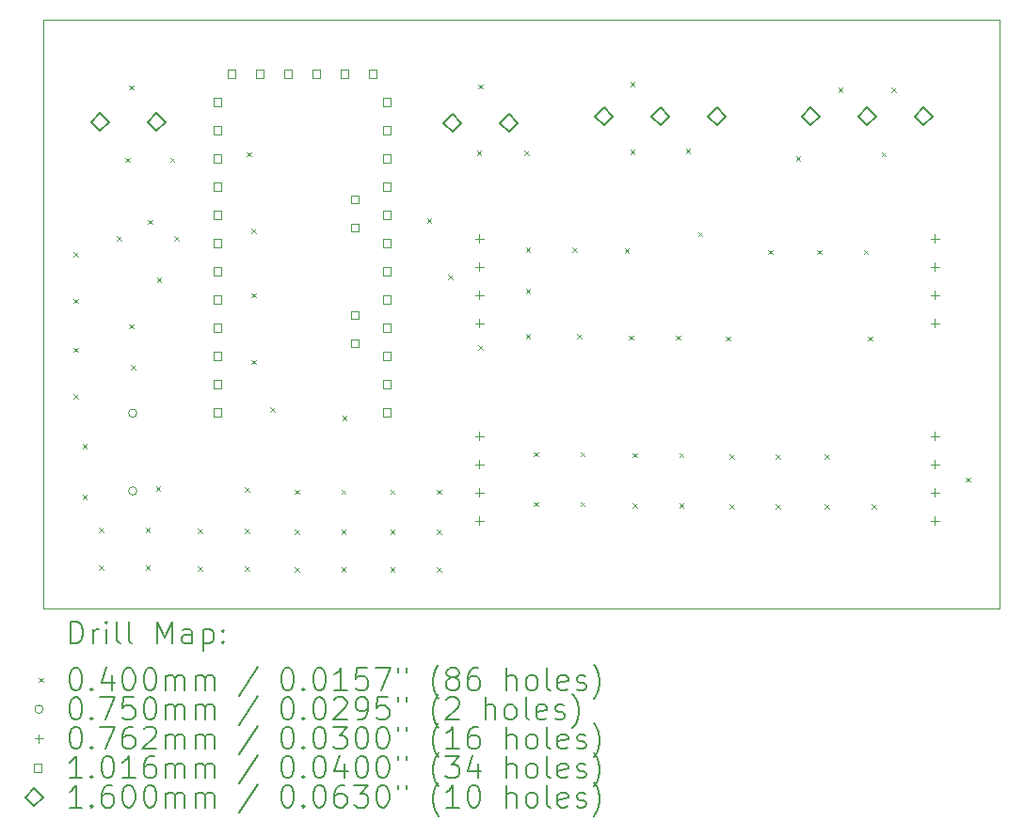
<source format=gbr>
%TF.GenerationSoftware,KiCad,Pcbnew,7.0.1-3b83917a11~172~ubuntu22.04.1*%
%TF.CreationDate,2023-04-13T21:28:02+02:00*%
%TF.ProjectId,dmx_interceptor,646d785f-696e-4746-9572-636570746f72,rev?*%
%TF.SameCoordinates,Original*%
%TF.FileFunction,Drillmap*%
%TF.FilePolarity,Positive*%
%FSLAX45Y45*%
G04 Gerber Fmt 4.5, Leading zero omitted, Abs format (unit mm)*
G04 Created by KiCad (PCBNEW 7.0.1-3b83917a11~172~ubuntu22.04.1) date 2023-04-13 21:28:02*
%MOMM*%
%LPD*%
G01*
G04 APERTURE LIST*
%ADD10C,0.050000*%
%ADD11C,0.200000*%
%ADD12C,0.040000*%
%ADD13C,0.075000*%
%ADD14C,0.076200*%
%ADD15C,0.101600*%
%ADD16C,0.160000*%
G04 APERTURE END LIST*
D10*
X5800000Y-6700000D02*
X14400000Y-6700000D01*
X14400000Y-6700000D02*
X14400000Y-12000000D01*
X14400000Y-12000000D02*
X5800000Y-12000000D01*
X5800000Y-12000000D02*
X5800000Y-6700000D01*
D11*
D12*
X6070000Y-8790000D02*
X6110000Y-8830000D01*
X6110000Y-8790000D02*
X6070000Y-8830000D01*
X6070000Y-9210000D02*
X6110000Y-9250000D01*
X6110000Y-9210000D02*
X6070000Y-9250000D01*
X6070000Y-9650000D02*
X6110000Y-9690000D01*
X6110000Y-9650000D02*
X6070000Y-9690000D01*
X6070000Y-10070000D02*
X6110000Y-10110000D01*
X6110000Y-10070000D02*
X6070000Y-10110000D01*
X6152200Y-10521000D02*
X6192200Y-10561000D01*
X6192200Y-10521000D02*
X6152200Y-10561000D01*
X6152200Y-10978200D02*
X6192200Y-11018200D01*
X6192200Y-10978200D02*
X6152200Y-11018200D01*
X6300000Y-11270000D02*
X6340000Y-11310000D01*
X6340000Y-11270000D02*
X6300000Y-11310000D01*
X6300000Y-11610000D02*
X6340000Y-11650000D01*
X6340000Y-11610000D02*
X6300000Y-11650000D01*
X6460000Y-8650000D02*
X6500000Y-8690000D01*
X6500000Y-8650000D02*
X6460000Y-8690000D01*
X6540000Y-7940000D02*
X6580000Y-7980000D01*
X6580000Y-7940000D02*
X6540000Y-7980000D01*
X6570000Y-7290000D02*
X6610000Y-7330000D01*
X6610000Y-7290000D02*
X6570000Y-7330000D01*
X6570000Y-9440000D02*
X6610000Y-9480000D01*
X6610000Y-9440000D02*
X6570000Y-9480000D01*
X6590000Y-9810000D02*
X6630000Y-9850000D01*
X6630000Y-9810000D02*
X6590000Y-9850000D01*
X6720000Y-11270000D02*
X6760000Y-11310000D01*
X6760000Y-11270000D02*
X6720000Y-11310000D01*
X6720000Y-11610000D02*
X6760000Y-11650000D01*
X6760000Y-11610000D02*
X6720000Y-11650000D01*
X6740000Y-8500000D02*
X6780000Y-8540000D01*
X6780000Y-8500000D02*
X6740000Y-8540000D01*
X6812600Y-10902000D02*
X6852600Y-10942000D01*
X6852600Y-10902000D02*
X6812600Y-10942000D01*
X6820000Y-9020000D02*
X6860000Y-9060000D01*
X6860000Y-9020000D02*
X6820000Y-9060000D01*
X6940000Y-7940000D02*
X6980000Y-7980000D01*
X6980000Y-7940000D02*
X6940000Y-7980000D01*
X6980000Y-8650000D02*
X7020000Y-8690000D01*
X7020000Y-8650000D02*
X6980000Y-8690000D01*
X7190000Y-11280000D02*
X7230000Y-11320000D01*
X7230000Y-11280000D02*
X7190000Y-11320000D01*
X7190000Y-11620000D02*
X7230000Y-11660000D01*
X7230000Y-11620000D02*
X7190000Y-11660000D01*
X7610000Y-10910000D02*
X7650000Y-10950000D01*
X7650000Y-10910000D02*
X7610000Y-10950000D01*
X7610000Y-11280000D02*
X7650000Y-11320000D01*
X7650000Y-11280000D02*
X7610000Y-11320000D01*
X7610000Y-11620000D02*
X7650000Y-11660000D01*
X7650000Y-11620000D02*
X7610000Y-11660000D01*
X7630000Y-7890000D02*
X7670000Y-7930000D01*
X7670000Y-7890000D02*
X7630000Y-7930000D01*
X7670000Y-8580000D02*
X7710000Y-8620000D01*
X7710000Y-8580000D02*
X7670000Y-8620000D01*
X7670000Y-9160000D02*
X7710000Y-9200000D01*
X7710000Y-9160000D02*
X7670000Y-9200000D01*
X7670000Y-9760000D02*
X7710000Y-9800000D01*
X7710000Y-9760000D02*
X7670000Y-9800000D01*
X7840000Y-10190000D02*
X7880000Y-10230000D01*
X7880000Y-10190000D02*
X7840000Y-10230000D01*
X8060000Y-10930000D02*
X8100000Y-10970000D01*
X8100000Y-10930000D02*
X8060000Y-10970000D01*
X8060000Y-11290000D02*
X8100000Y-11330000D01*
X8100000Y-11290000D02*
X8060000Y-11330000D01*
X8060000Y-11630000D02*
X8100000Y-11670000D01*
X8100000Y-11630000D02*
X8060000Y-11670000D01*
X8480000Y-10930000D02*
X8520000Y-10970000D01*
X8520000Y-10930000D02*
X8480000Y-10970000D01*
X8480000Y-11290000D02*
X8520000Y-11330000D01*
X8520000Y-11290000D02*
X8480000Y-11330000D01*
X8480000Y-11630000D02*
X8520000Y-11670000D01*
X8520000Y-11630000D02*
X8480000Y-11670000D01*
X8489000Y-10267000D02*
X8529000Y-10307000D01*
X8529000Y-10267000D02*
X8489000Y-10307000D01*
X8920000Y-10930000D02*
X8960000Y-10970000D01*
X8960000Y-10930000D02*
X8920000Y-10970000D01*
X8920000Y-11290000D02*
X8960000Y-11330000D01*
X8960000Y-11290000D02*
X8920000Y-11330000D01*
X8920000Y-11630000D02*
X8960000Y-11670000D01*
X8960000Y-11630000D02*
X8920000Y-11670000D01*
X9251000Y-8489000D02*
X9291000Y-8529000D01*
X9291000Y-8489000D02*
X9251000Y-8529000D01*
X9340000Y-10930000D02*
X9380000Y-10970000D01*
X9380000Y-10930000D02*
X9340000Y-10970000D01*
X9340000Y-11290000D02*
X9380000Y-11330000D01*
X9380000Y-11290000D02*
X9340000Y-11330000D01*
X9340000Y-11630000D02*
X9380000Y-11670000D01*
X9380000Y-11630000D02*
X9340000Y-11670000D01*
X9440000Y-8997000D02*
X9480000Y-9037000D01*
X9480000Y-8997000D02*
X9440000Y-9037000D01*
X9700000Y-7880000D02*
X9740000Y-7920000D01*
X9740000Y-7880000D02*
X9700000Y-7920000D01*
X9710000Y-7280000D02*
X9750000Y-7320000D01*
X9750000Y-7280000D02*
X9710000Y-7320000D01*
X9710000Y-9630000D02*
X9750000Y-9670000D01*
X9750000Y-9630000D02*
X9710000Y-9670000D01*
X10130000Y-7880000D02*
X10170000Y-7920000D01*
X10170000Y-7880000D02*
X10130000Y-7920000D01*
X10140000Y-8750000D02*
X10180000Y-8790000D01*
X10180000Y-8750000D02*
X10140000Y-8790000D01*
X10140000Y-9124000D02*
X10180000Y-9164000D01*
X10180000Y-9124000D02*
X10140000Y-9164000D01*
X10140000Y-9530000D02*
X10180000Y-9570000D01*
X10180000Y-9530000D02*
X10140000Y-9570000D01*
X10210000Y-10590000D02*
X10250000Y-10630000D01*
X10250000Y-10590000D02*
X10210000Y-10630000D01*
X10210000Y-11040000D02*
X10250000Y-11080000D01*
X10250000Y-11040000D02*
X10210000Y-11080000D01*
X10560000Y-8750000D02*
X10600000Y-8790000D01*
X10600000Y-8750000D02*
X10560000Y-8790000D01*
X10600000Y-9530000D02*
X10640000Y-9570000D01*
X10640000Y-9530000D02*
X10600000Y-9570000D01*
X10630000Y-10590000D02*
X10670000Y-10630000D01*
X10670000Y-10590000D02*
X10630000Y-10630000D01*
X10630000Y-11040000D02*
X10670000Y-11080000D01*
X10670000Y-11040000D02*
X10630000Y-11080000D01*
X11030000Y-8760000D02*
X11070000Y-8800000D01*
X11070000Y-8760000D02*
X11030000Y-8800000D01*
X11070000Y-9540000D02*
X11110000Y-9580000D01*
X11110000Y-9540000D02*
X11070000Y-9580000D01*
X11080000Y-7260000D02*
X11120000Y-7300000D01*
X11120000Y-7260000D02*
X11080000Y-7300000D01*
X11080000Y-7870000D02*
X11120000Y-7910000D01*
X11120000Y-7870000D02*
X11080000Y-7910000D01*
X11100000Y-10600000D02*
X11140000Y-10640000D01*
X11140000Y-10600000D02*
X11100000Y-10640000D01*
X11100000Y-11050000D02*
X11140000Y-11090000D01*
X11140000Y-11050000D02*
X11100000Y-11090000D01*
X11490000Y-9540000D02*
X11530000Y-9580000D01*
X11530000Y-9540000D02*
X11490000Y-9580000D01*
X11520000Y-10600000D02*
X11560000Y-10640000D01*
X11560000Y-10600000D02*
X11520000Y-10640000D01*
X11520000Y-11050000D02*
X11560000Y-11090000D01*
X11560000Y-11050000D02*
X11520000Y-11090000D01*
X11580000Y-7860000D02*
X11620000Y-7900000D01*
X11620000Y-7860000D02*
X11580000Y-7900000D01*
X11690000Y-8610000D02*
X11730000Y-8650000D01*
X11730000Y-8610000D02*
X11690000Y-8650000D01*
X11940000Y-9550000D02*
X11980000Y-9590000D01*
X11980000Y-9550000D02*
X11940000Y-9590000D01*
X11970000Y-10610000D02*
X12010000Y-10650000D01*
X12010000Y-10610000D02*
X11970000Y-10650000D01*
X11970000Y-11060000D02*
X12010000Y-11100000D01*
X12010000Y-11060000D02*
X11970000Y-11100000D01*
X12320000Y-8770000D02*
X12360000Y-8810000D01*
X12360000Y-8770000D02*
X12320000Y-8810000D01*
X12390000Y-10610000D02*
X12430000Y-10650000D01*
X12430000Y-10610000D02*
X12390000Y-10650000D01*
X12390000Y-11060000D02*
X12430000Y-11100000D01*
X12430000Y-11060000D02*
X12390000Y-11100000D01*
X12570000Y-7930000D02*
X12610000Y-7970000D01*
X12610000Y-7930000D02*
X12570000Y-7970000D01*
X12760000Y-8770000D02*
X12800000Y-8810000D01*
X12800000Y-8770000D02*
X12760000Y-8810000D01*
X12830000Y-10610000D02*
X12870000Y-10650000D01*
X12870000Y-10610000D02*
X12830000Y-10650000D01*
X12830000Y-11060000D02*
X12870000Y-11100000D01*
X12870000Y-11060000D02*
X12830000Y-11100000D01*
X12950000Y-7310000D02*
X12990000Y-7350000D01*
X12990000Y-7310000D02*
X12950000Y-7350000D01*
X13180000Y-8770000D02*
X13220000Y-8810000D01*
X13220000Y-8770000D02*
X13180000Y-8810000D01*
X13220000Y-9550000D02*
X13260000Y-9590000D01*
X13260000Y-9550000D02*
X13220000Y-9590000D01*
X13250000Y-11060000D02*
X13290000Y-11100000D01*
X13290000Y-11060000D02*
X13250000Y-11100000D01*
X13340000Y-7890000D02*
X13380000Y-7930000D01*
X13380000Y-7890000D02*
X13340000Y-7930000D01*
X13430000Y-7310000D02*
X13470000Y-7350000D01*
X13470000Y-7310000D02*
X13430000Y-7350000D01*
X14100000Y-10820000D02*
X14140000Y-10860000D01*
X14140000Y-10820000D02*
X14100000Y-10860000D01*
D13*
X6641500Y-10241800D02*
G75*
G03*
X6641500Y-10241800I-37500J0D01*
G01*
X6641500Y-10941800D02*
G75*
G03*
X6641500Y-10941800I-37500J0D01*
G01*
D14*
X9720000Y-8630900D02*
X9720000Y-8707100D01*
X9681900Y-8669000D02*
X9758100Y-8669000D01*
X9720000Y-8884900D02*
X9720000Y-8961100D01*
X9681900Y-8923000D02*
X9758100Y-8923000D01*
X9720000Y-9138900D02*
X9720000Y-9215100D01*
X9681900Y-9177000D02*
X9758100Y-9177000D01*
X9720000Y-9392900D02*
X9720000Y-9469100D01*
X9681900Y-9431000D02*
X9758100Y-9431000D01*
X9720000Y-10410900D02*
X9720000Y-10487100D01*
X9681900Y-10449000D02*
X9758100Y-10449000D01*
X9720000Y-10664900D02*
X9720000Y-10741100D01*
X9681900Y-10703000D02*
X9758100Y-10703000D01*
X9720000Y-10918900D02*
X9720000Y-10995100D01*
X9681900Y-10957000D02*
X9758100Y-10957000D01*
X9720000Y-11172900D02*
X9720000Y-11249100D01*
X9681900Y-11211000D02*
X9758100Y-11211000D01*
X13820000Y-8630900D02*
X13820000Y-8707100D01*
X13781900Y-8669000D02*
X13858100Y-8669000D01*
X13820000Y-8884900D02*
X13820000Y-8961100D01*
X13781900Y-8923000D02*
X13858100Y-8923000D01*
X13820000Y-9138900D02*
X13820000Y-9215100D01*
X13781900Y-9177000D02*
X13858100Y-9177000D01*
X13820000Y-9392900D02*
X13820000Y-9469100D01*
X13781900Y-9431000D02*
X13858100Y-9431000D01*
X13820000Y-10410900D02*
X13820000Y-10487100D01*
X13781900Y-10449000D02*
X13858100Y-10449000D01*
X13820000Y-10664900D02*
X13820000Y-10741100D01*
X13781900Y-10703000D02*
X13858100Y-10703000D01*
X13820000Y-10918900D02*
X13820000Y-10995100D01*
X13781900Y-10957000D02*
X13858100Y-10957000D01*
X13820000Y-11172900D02*
X13820000Y-11249100D01*
X13781900Y-11211000D02*
X13858100Y-11211000D01*
D15*
X7403921Y-7475921D02*
X7403921Y-7404079D01*
X7332079Y-7404079D01*
X7332079Y-7475921D01*
X7403921Y-7475921D01*
X7403921Y-7729921D02*
X7403921Y-7658079D01*
X7332079Y-7658079D01*
X7332079Y-7729921D01*
X7403921Y-7729921D01*
X7403921Y-7983921D02*
X7403921Y-7912079D01*
X7332079Y-7912079D01*
X7332079Y-7983921D01*
X7403921Y-7983921D01*
X7403921Y-8237921D02*
X7403921Y-8166079D01*
X7332079Y-8166079D01*
X7332079Y-8237921D01*
X7403921Y-8237921D01*
X7403921Y-8491921D02*
X7403921Y-8420079D01*
X7332079Y-8420079D01*
X7332079Y-8491921D01*
X7403921Y-8491921D01*
X7403921Y-8745921D02*
X7403921Y-8674079D01*
X7332079Y-8674079D01*
X7332079Y-8745921D01*
X7403921Y-8745921D01*
X7403921Y-8999921D02*
X7403921Y-8928079D01*
X7332079Y-8928079D01*
X7332079Y-8999921D01*
X7403921Y-8999921D01*
X7403921Y-9253921D02*
X7403921Y-9182079D01*
X7332079Y-9182079D01*
X7332079Y-9253921D01*
X7403921Y-9253921D01*
X7403921Y-9507921D02*
X7403921Y-9436079D01*
X7332079Y-9436079D01*
X7332079Y-9507921D01*
X7403921Y-9507921D01*
X7403921Y-9761921D02*
X7403921Y-9690079D01*
X7332079Y-9690079D01*
X7332079Y-9761921D01*
X7403921Y-9761921D01*
X7403921Y-10015921D02*
X7403921Y-9944079D01*
X7332079Y-9944079D01*
X7332079Y-10015921D01*
X7403921Y-10015921D01*
X7403921Y-10269921D02*
X7403921Y-10198079D01*
X7332079Y-10198079D01*
X7332079Y-10269921D01*
X7403921Y-10269921D01*
X7530921Y-7221921D02*
X7530921Y-7150079D01*
X7459079Y-7150079D01*
X7459079Y-7221921D01*
X7530921Y-7221921D01*
X7784921Y-7221921D02*
X7784921Y-7150079D01*
X7713079Y-7150079D01*
X7713079Y-7221921D01*
X7784921Y-7221921D01*
X8038921Y-7221921D02*
X8038921Y-7150079D01*
X7967079Y-7150079D01*
X7967079Y-7221921D01*
X8038921Y-7221921D01*
X8292921Y-7221921D02*
X8292921Y-7150079D01*
X8221079Y-7150079D01*
X8221079Y-7221921D01*
X8292921Y-7221921D01*
X8546921Y-7221921D02*
X8546921Y-7150079D01*
X8475079Y-7150079D01*
X8475079Y-7221921D01*
X8546921Y-7221921D01*
X8635821Y-8352221D02*
X8635821Y-8280379D01*
X8563979Y-8280379D01*
X8563979Y-8352221D01*
X8635821Y-8352221D01*
X8635821Y-8606221D02*
X8635821Y-8534379D01*
X8563979Y-8534379D01*
X8563979Y-8606221D01*
X8635821Y-8606221D01*
X8635821Y-9393621D02*
X8635821Y-9321779D01*
X8563979Y-9321779D01*
X8563979Y-9393621D01*
X8635821Y-9393621D01*
X8635821Y-9647621D02*
X8635821Y-9575779D01*
X8563979Y-9575779D01*
X8563979Y-9647621D01*
X8635821Y-9647621D01*
X8800921Y-7221921D02*
X8800921Y-7150079D01*
X8729079Y-7150079D01*
X8729079Y-7221921D01*
X8800921Y-7221921D01*
X8927921Y-7475921D02*
X8927921Y-7404079D01*
X8856079Y-7404079D01*
X8856079Y-7475921D01*
X8927921Y-7475921D01*
X8927921Y-7729921D02*
X8927921Y-7658079D01*
X8856079Y-7658079D01*
X8856079Y-7729921D01*
X8927921Y-7729921D01*
X8927921Y-7983921D02*
X8927921Y-7912079D01*
X8856079Y-7912079D01*
X8856079Y-7983921D01*
X8927921Y-7983921D01*
X8927921Y-8237921D02*
X8927921Y-8166079D01*
X8856079Y-8166079D01*
X8856079Y-8237921D01*
X8927921Y-8237921D01*
X8927921Y-8491921D02*
X8927921Y-8420079D01*
X8856079Y-8420079D01*
X8856079Y-8491921D01*
X8927921Y-8491921D01*
X8927921Y-8745921D02*
X8927921Y-8674079D01*
X8856079Y-8674079D01*
X8856079Y-8745921D01*
X8927921Y-8745921D01*
X8927921Y-8999921D02*
X8927921Y-8928079D01*
X8856079Y-8928079D01*
X8856079Y-8999921D01*
X8927921Y-8999921D01*
X8927921Y-9253921D02*
X8927921Y-9182079D01*
X8856079Y-9182079D01*
X8856079Y-9253921D01*
X8927921Y-9253921D01*
X8927921Y-9507921D02*
X8927921Y-9436079D01*
X8856079Y-9436079D01*
X8856079Y-9507921D01*
X8927921Y-9507921D01*
X8927921Y-9761921D02*
X8927921Y-9690079D01*
X8856079Y-9690079D01*
X8856079Y-9761921D01*
X8927921Y-9761921D01*
X8927921Y-10015921D02*
X8927921Y-9944079D01*
X8856079Y-9944079D01*
X8856079Y-10015921D01*
X8927921Y-10015921D01*
X8927921Y-10269921D02*
X8927921Y-10198079D01*
X8856079Y-10198079D01*
X8856079Y-10269921D01*
X8927921Y-10269921D01*
D16*
X6310000Y-7700000D02*
X6390000Y-7620000D01*
X6310000Y-7540000D01*
X6230000Y-7620000D01*
X6310000Y-7700000D01*
X6818000Y-7700000D02*
X6898000Y-7620000D01*
X6818000Y-7540000D01*
X6738000Y-7620000D01*
X6818000Y-7700000D01*
X9482000Y-7710000D02*
X9562000Y-7630000D01*
X9482000Y-7550000D01*
X9402000Y-7630000D01*
X9482000Y-7710000D01*
X9990000Y-7710000D02*
X10070000Y-7630000D01*
X9990000Y-7550000D01*
X9910000Y-7630000D01*
X9990000Y-7710000D01*
X10844000Y-7650000D02*
X10924000Y-7570000D01*
X10844000Y-7490000D01*
X10764000Y-7570000D01*
X10844000Y-7650000D01*
X11352000Y-7650000D02*
X11432000Y-7570000D01*
X11352000Y-7490000D01*
X11272000Y-7570000D01*
X11352000Y-7650000D01*
X11860000Y-7650000D02*
X11940000Y-7570000D01*
X11860000Y-7490000D01*
X11780000Y-7570000D01*
X11860000Y-7650000D01*
X12702000Y-7650000D02*
X12782000Y-7570000D01*
X12702000Y-7490000D01*
X12622000Y-7570000D01*
X12702000Y-7650000D01*
X13210000Y-7650000D02*
X13290000Y-7570000D01*
X13210000Y-7490000D01*
X13130000Y-7570000D01*
X13210000Y-7650000D01*
X13718000Y-7650000D02*
X13798000Y-7570000D01*
X13718000Y-7490000D01*
X13638000Y-7570000D01*
X13718000Y-7650000D01*
D11*
X6045119Y-12315024D02*
X6045119Y-12115024D01*
X6045119Y-12115024D02*
X6092738Y-12115024D01*
X6092738Y-12115024D02*
X6121309Y-12124548D01*
X6121309Y-12124548D02*
X6140357Y-12143595D01*
X6140357Y-12143595D02*
X6149881Y-12162643D01*
X6149881Y-12162643D02*
X6159405Y-12200738D01*
X6159405Y-12200738D02*
X6159405Y-12229309D01*
X6159405Y-12229309D02*
X6149881Y-12267405D01*
X6149881Y-12267405D02*
X6140357Y-12286452D01*
X6140357Y-12286452D02*
X6121309Y-12305500D01*
X6121309Y-12305500D02*
X6092738Y-12315024D01*
X6092738Y-12315024D02*
X6045119Y-12315024D01*
X6245119Y-12315024D02*
X6245119Y-12181690D01*
X6245119Y-12219786D02*
X6254643Y-12200738D01*
X6254643Y-12200738D02*
X6264167Y-12191214D01*
X6264167Y-12191214D02*
X6283214Y-12181690D01*
X6283214Y-12181690D02*
X6302262Y-12181690D01*
X6368928Y-12315024D02*
X6368928Y-12181690D01*
X6368928Y-12115024D02*
X6359405Y-12124548D01*
X6359405Y-12124548D02*
X6368928Y-12134071D01*
X6368928Y-12134071D02*
X6378452Y-12124548D01*
X6378452Y-12124548D02*
X6368928Y-12115024D01*
X6368928Y-12115024D02*
X6368928Y-12134071D01*
X6492738Y-12315024D02*
X6473690Y-12305500D01*
X6473690Y-12305500D02*
X6464167Y-12286452D01*
X6464167Y-12286452D02*
X6464167Y-12115024D01*
X6597500Y-12315024D02*
X6578452Y-12305500D01*
X6578452Y-12305500D02*
X6568928Y-12286452D01*
X6568928Y-12286452D02*
X6568928Y-12115024D01*
X6826071Y-12315024D02*
X6826071Y-12115024D01*
X6826071Y-12115024D02*
X6892738Y-12257881D01*
X6892738Y-12257881D02*
X6959405Y-12115024D01*
X6959405Y-12115024D02*
X6959405Y-12315024D01*
X7140357Y-12315024D02*
X7140357Y-12210262D01*
X7140357Y-12210262D02*
X7130833Y-12191214D01*
X7130833Y-12191214D02*
X7111786Y-12181690D01*
X7111786Y-12181690D02*
X7073690Y-12181690D01*
X7073690Y-12181690D02*
X7054643Y-12191214D01*
X7140357Y-12305500D02*
X7121309Y-12315024D01*
X7121309Y-12315024D02*
X7073690Y-12315024D01*
X7073690Y-12315024D02*
X7054643Y-12305500D01*
X7054643Y-12305500D02*
X7045119Y-12286452D01*
X7045119Y-12286452D02*
X7045119Y-12267405D01*
X7045119Y-12267405D02*
X7054643Y-12248357D01*
X7054643Y-12248357D02*
X7073690Y-12238833D01*
X7073690Y-12238833D02*
X7121309Y-12238833D01*
X7121309Y-12238833D02*
X7140357Y-12229309D01*
X7235595Y-12181690D02*
X7235595Y-12381690D01*
X7235595Y-12191214D02*
X7254643Y-12181690D01*
X7254643Y-12181690D02*
X7292738Y-12181690D01*
X7292738Y-12181690D02*
X7311786Y-12191214D01*
X7311786Y-12191214D02*
X7321309Y-12200738D01*
X7321309Y-12200738D02*
X7330833Y-12219786D01*
X7330833Y-12219786D02*
X7330833Y-12276928D01*
X7330833Y-12276928D02*
X7321309Y-12295976D01*
X7321309Y-12295976D02*
X7311786Y-12305500D01*
X7311786Y-12305500D02*
X7292738Y-12315024D01*
X7292738Y-12315024D02*
X7254643Y-12315024D01*
X7254643Y-12315024D02*
X7235595Y-12305500D01*
X7416548Y-12295976D02*
X7426071Y-12305500D01*
X7426071Y-12305500D02*
X7416548Y-12315024D01*
X7416548Y-12315024D02*
X7407024Y-12305500D01*
X7407024Y-12305500D02*
X7416548Y-12295976D01*
X7416548Y-12295976D02*
X7416548Y-12315024D01*
X7416548Y-12191214D02*
X7426071Y-12200738D01*
X7426071Y-12200738D02*
X7416548Y-12210262D01*
X7416548Y-12210262D02*
X7407024Y-12200738D01*
X7407024Y-12200738D02*
X7416548Y-12191214D01*
X7416548Y-12191214D02*
X7416548Y-12210262D01*
D12*
X5757500Y-12622500D02*
X5797500Y-12662500D01*
X5797500Y-12622500D02*
X5757500Y-12662500D01*
D11*
X6083214Y-12535024D02*
X6102262Y-12535024D01*
X6102262Y-12535024D02*
X6121309Y-12544548D01*
X6121309Y-12544548D02*
X6130833Y-12554071D01*
X6130833Y-12554071D02*
X6140357Y-12573119D01*
X6140357Y-12573119D02*
X6149881Y-12611214D01*
X6149881Y-12611214D02*
X6149881Y-12658833D01*
X6149881Y-12658833D02*
X6140357Y-12696928D01*
X6140357Y-12696928D02*
X6130833Y-12715976D01*
X6130833Y-12715976D02*
X6121309Y-12725500D01*
X6121309Y-12725500D02*
X6102262Y-12735024D01*
X6102262Y-12735024D02*
X6083214Y-12735024D01*
X6083214Y-12735024D02*
X6064167Y-12725500D01*
X6064167Y-12725500D02*
X6054643Y-12715976D01*
X6054643Y-12715976D02*
X6045119Y-12696928D01*
X6045119Y-12696928D02*
X6035595Y-12658833D01*
X6035595Y-12658833D02*
X6035595Y-12611214D01*
X6035595Y-12611214D02*
X6045119Y-12573119D01*
X6045119Y-12573119D02*
X6054643Y-12554071D01*
X6054643Y-12554071D02*
X6064167Y-12544548D01*
X6064167Y-12544548D02*
X6083214Y-12535024D01*
X6235595Y-12715976D02*
X6245119Y-12725500D01*
X6245119Y-12725500D02*
X6235595Y-12735024D01*
X6235595Y-12735024D02*
X6226071Y-12725500D01*
X6226071Y-12725500D02*
X6235595Y-12715976D01*
X6235595Y-12715976D02*
X6235595Y-12735024D01*
X6416548Y-12601690D02*
X6416548Y-12735024D01*
X6368928Y-12525500D02*
X6321309Y-12668357D01*
X6321309Y-12668357D02*
X6445119Y-12668357D01*
X6559405Y-12535024D02*
X6578452Y-12535024D01*
X6578452Y-12535024D02*
X6597500Y-12544548D01*
X6597500Y-12544548D02*
X6607024Y-12554071D01*
X6607024Y-12554071D02*
X6616548Y-12573119D01*
X6616548Y-12573119D02*
X6626071Y-12611214D01*
X6626071Y-12611214D02*
X6626071Y-12658833D01*
X6626071Y-12658833D02*
X6616548Y-12696928D01*
X6616548Y-12696928D02*
X6607024Y-12715976D01*
X6607024Y-12715976D02*
X6597500Y-12725500D01*
X6597500Y-12725500D02*
X6578452Y-12735024D01*
X6578452Y-12735024D02*
X6559405Y-12735024D01*
X6559405Y-12735024D02*
X6540357Y-12725500D01*
X6540357Y-12725500D02*
X6530833Y-12715976D01*
X6530833Y-12715976D02*
X6521309Y-12696928D01*
X6521309Y-12696928D02*
X6511786Y-12658833D01*
X6511786Y-12658833D02*
X6511786Y-12611214D01*
X6511786Y-12611214D02*
X6521309Y-12573119D01*
X6521309Y-12573119D02*
X6530833Y-12554071D01*
X6530833Y-12554071D02*
X6540357Y-12544548D01*
X6540357Y-12544548D02*
X6559405Y-12535024D01*
X6749881Y-12535024D02*
X6768929Y-12535024D01*
X6768929Y-12535024D02*
X6787976Y-12544548D01*
X6787976Y-12544548D02*
X6797500Y-12554071D01*
X6797500Y-12554071D02*
X6807024Y-12573119D01*
X6807024Y-12573119D02*
X6816548Y-12611214D01*
X6816548Y-12611214D02*
X6816548Y-12658833D01*
X6816548Y-12658833D02*
X6807024Y-12696928D01*
X6807024Y-12696928D02*
X6797500Y-12715976D01*
X6797500Y-12715976D02*
X6787976Y-12725500D01*
X6787976Y-12725500D02*
X6768929Y-12735024D01*
X6768929Y-12735024D02*
X6749881Y-12735024D01*
X6749881Y-12735024D02*
X6730833Y-12725500D01*
X6730833Y-12725500D02*
X6721309Y-12715976D01*
X6721309Y-12715976D02*
X6711786Y-12696928D01*
X6711786Y-12696928D02*
X6702262Y-12658833D01*
X6702262Y-12658833D02*
X6702262Y-12611214D01*
X6702262Y-12611214D02*
X6711786Y-12573119D01*
X6711786Y-12573119D02*
X6721309Y-12554071D01*
X6721309Y-12554071D02*
X6730833Y-12544548D01*
X6730833Y-12544548D02*
X6749881Y-12535024D01*
X6902262Y-12735024D02*
X6902262Y-12601690D01*
X6902262Y-12620738D02*
X6911786Y-12611214D01*
X6911786Y-12611214D02*
X6930833Y-12601690D01*
X6930833Y-12601690D02*
X6959405Y-12601690D01*
X6959405Y-12601690D02*
X6978452Y-12611214D01*
X6978452Y-12611214D02*
X6987976Y-12630262D01*
X6987976Y-12630262D02*
X6987976Y-12735024D01*
X6987976Y-12630262D02*
X6997500Y-12611214D01*
X6997500Y-12611214D02*
X7016548Y-12601690D01*
X7016548Y-12601690D02*
X7045119Y-12601690D01*
X7045119Y-12601690D02*
X7064167Y-12611214D01*
X7064167Y-12611214D02*
X7073690Y-12630262D01*
X7073690Y-12630262D02*
X7073690Y-12735024D01*
X7168929Y-12735024D02*
X7168929Y-12601690D01*
X7168929Y-12620738D02*
X7178452Y-12611214D01*
X7178452Y-12611214D02*
X7197500Y-12601690D01*
X7197500Y-12601690D02*
X7226071Y-12601690D01*
X7226071Y-12601690D02*
X7245119Y-12611214D01*
X7245119Y-12611214D02*
X7254643Y-12630262D01*
X7254643Y-12630262D02*
X7254643Y-12735024D01*
X7254643Y-12630262D02*
X7264167Y-12611214D01*
X7264167Y-12611214D02*
X7283214Y-12601690D01*
X7283214Y-12601690D02*
X7311786Y-12601690D01*
X7311786Y-12601690D02*
X7330833Y-12611214D01*
X7330833Y-12611214D02*
X7340357Y-12630262D01*
X7340357Y-12630262D02*
X7340357Y-12735024D01*
X7730833Y-12525500D02*
X7559405Y-12782643D01*
X7987976Y-12535024D02*
X8007024Y-12535024D01*
X8007024Y-12535024D02*
X8026072Y-12544548D01*
X8026072Y-12544548D02*
X8035595Y-12554071D01*
X8035595Y-12554071D02*
X8045119Y-12573119D01*
X8045119Y-12573119D02*
X8054643Y-12611214D01*
X8054643Y-12611214D02*
X8054643Y-12658833D01*
X8054643Y-12658833D02*
X8045119Y-12696928D01*
X8045119Y-12696928D02*
X8035595Y-12715976D01*
X8035595Y-12715976D02*
X8026072Y-12725500D01*
X8026072Y-12725500D02*
X8007024Y-12735024D01*
X8007024Y-12735024D02*
X7987976Y-12735024D01*
X7987976Y-12735024D02*
X7968929Y-12725500D01*
X7968929Y-12725500D02*
X7959405Y-12715976D01*
X7959405Y-12715976D02*
X7949881Y-12696928D01*
X7949881Y-12696928D02*
X7940357Y-12658833D01*
X7940357Y-12658833D02*
X7940357Y-12611214D01*
X7940357Y-12611214D02*
X7949881Y-12573119D01*
X7949881Y-12573119D02*
X7959405Y-12554071D01*
X7959405Y-12554071D02*
X7968929Y-12544548D01*
X7968929Y-12544548D02*
X7987976Y-12535024D01*
X8140357Y-12715976D02*
X8149881Y-12725500D01*
X8149881Y-12725500D02*
X8140357Y-12735024D01*
X8140357Y-12735024D02*
X8130833Y-12725500D01*
X8130833Y-12725500D02*
X8140357Y-12715976D01*
X8140357Y-12715976D02*
X8140357Y-12735024D01*
X8273691Y-12535024D02*
X8292738Y-12535024D01*
X8292738Y-12535024D02*
X8311786Y-12544548D01*
X8311786Y-12544548D02*
X8321310Y-12554071D01*
X8321310Y-12554071D02*
X8330833Y-12573119D01*
X8330833Y-12573119D02*
X8340357Y-12611214D01*
X8340357Y-12611214D02*
X8340357Y-12658833D01*
X8340357Y-12658833D02*
X8330833Y-12696928D01*
X8330833Y-12696928D02*
X8321310Y-12715976D01*
X8321310Y-12715976D02*
X8311786Y-12725500D01*
X8311786Y-12725500D02*
X8292738Y-12735024D01*
X8292738Y-12735024D02*
X8273691Y-12735024D01*
X8273691Y-12735024D02*
X8254643Y-12725500D01*
X8254643Y-12725500D02*
X8245119Y-12715976D01*
X8245119Y-12715976D02*
X8235595Y-12696928D01*
X8235595Y-12696928D02*
X8226072Y-12658833D01*
X8226072Y-12658833D02*
X8226072Y-12611214D01*
X8226072Y-12611214D02*
X8235595Y-12573119D01*
X8235595Y-12573119D02*
X8245119Y-12554071D01*
X8245119Y-12554071D02*
X8254643Y-12544548D01*
X8254643Y-12544548D02*
X8273691Y-12535024D01*
X8530834Y-12735024D02*
X8416548Y-12735024D01*
X8473691Y-12735024D02*
X8473691Y-12535024D01*
X8473691Y-12535024D02*
X8454643Y-12563595D01*
X8454643Y-12563595D02*
X8435595Y-12582643D01*
X8435595Y-12582643D02*
X8416548Y-12592167D01*
X8711786Y-12535024D02*
X8616548Y-12535024D01*
X8616548Y-12535024D02*
X8607024Y-12630262D01*
X8607024Y-12630262D02*
X8616548Y-12620738D01*
X8616548Y-12620738D02*
X8635595Y-12611214D01*
X8635595Y-12611214D02*
X8683215Y-12611214D01*
X8683215Y-12611214D02*
X8702262Y-12620738D01*
X8702262Y-12620738D02*
X8711786Y-12630262D01*
X8711786Y-12630262D02*
X8721310Y-12649309D01*
X8721310Y-12649309D02*
X8721310Y-12696928D01*
X8721310Y-12696928D02*
X8711786Y-12715976D01*
X8711786Y-12715976D02*
X8702262Y-12725500D01*
X8702262Y-12725500D02*
X8683215Y-12735024D01*
X8683215Y-12735024D02*
X8635595Y-12735024D01*
X8635595Y-12735024D02*
X8616548Y-12725500D01*
X8616548Y-12725500D02*
X8607024Y-12715976D01*
X8787976Y-12535024D02*
X8921310Y-12535024D01*
X8921310Y-12535024D02*
X8835595Y-12735024D01*
X8987976Y-12535024D02*
X8987976Y-12573119D01*
X9064167Y-12535024D02*
X9064167Y-12573119D01*
X9359405Y-12811214D02*
X9349881Y-12801690D01*
X9349881Y-12801690D02*
X9330834Y-12773119D01*
X9330834Y-12773119D02*
X9321310Y-12754071D01*
X9321310Y-12754071D02*
X9311786Y-12725500D01*
X9311786Y-12725500D02*
X9302262Y-12677881D01*
X9302262Y-12677881D02*
X9302262Y-12639786D01*
X9302262Y-12639786D02*
X9311786Y-12592167D01*
X9311786Y-12592167D02*
X9321310Y-12563595D01*
X9321310Y-12563595D02*
X9330834Y-12544548D01*
X9330834Y-12544548D02*
X9349881Y-12515976D01*
X9349881Y-12515976D02*
X9359405Y-12506452D01*
X9464167Y-12620738D02*
X9445119Y-12611214D01*
X9445119Y-12611214D02*
X9435596Y-12601690D01*
X9435596Y-12601690D02*
X9426072Y-12582643D01*
X9426072Y-12582643D02*
X9426072Y-12573119D01*
X9426072Y-12573119D02*
X9435596Y-12554071D01*
X9435596Y-12554071D02*
X9445119Y-12544548D01*
X9445119Y-12544548D02*
X9464167Y-12535024D01*
X9464167Y-12535024D02*
X9502262Y-12535024D01*
X9502262Y-12535024D02*
X9521310Y-12544548D01*
X9521310Y-12544548D02*
X9530834Y-12554071D01*
X9530834Y-12554071D02*
X9540357Y-12573119D01*
X9540357Y-12573119D02*
X9540357Y-12582643D01*
X9540357Y-12582643D02*
X9530834Y-12601690D01*
X9530834Y-12601690D02*
X9521310Y-12611214D01*
X9521310Y-12611214D02*
X9502262Y-12620738D01*
X9502262Y-12620738D02*
X9464167Y-12620738D01*
X9464167Y-12620738D02*
X9445119Y-12630262D01*
X9445119Y-12630262D02*
X9435596Y-12639786D01*
X9435596Y-12639786D02*
X9426072Y-12658833D01*
X9426072Y-12658833D02*
X9426072Y-12696928D01*
X9426072Y-12696928D02*
X9435596Y-12715976D01*
X9435596Y-12715976D02*
X9445119Y-12725500D01*
X9445119Y-12725500D02*
X9464167Y-12735024D01*
X9464167Y-12735024D02*
X9502262Y-12735024D01*
X9502262Y-12735024D02*
X9521310Y-12725500D01*
X9521310Y-12725500D02*
X9530834Y-12715976D01*
X9530834Y-12715976D02*
X9540357Y-12696928D01*
X9540357Y-12696928D02*
X9540357Y-12658833D01*
X9540357Y-12658833D02*
X9530834Y-12639786D01*
X9530834Y-12639786D02*
X9521310Y-12630262D01*
X9521310Y-12630262D02*
X9502262Y-12620738D01*
X9711786Y-12535024D02*
X9673691Y-12535024D01*
X9673691Y-12535024D02*
X9654643Y-12544548D01*
X9654643Y-12544548D02*
X9645119Y-12554071D01*
X9645119Y-12554071D02*
X9626072Y-12582643D01*
X9626072Y-12582643D02*
X9616548Y-12620738D01*
X9616548Y-12620738D02*
X9616548Y-12696928D01*
X9616548Y-12696928D02*
X9626072Y-12715976D01*
X9626072Y-12715976D02*
X9635596Y-12725500D01*
X9635596Y-12725500D02*
X9654643Y-12735024D01*
X9654643Y-12735024D02*
X9692738Y-12735024D01*
X9692738Y-12735024D02*
X9711786Y-12725500D01*
X9711786Y-12725500D02*
X9721310Y-12715976D01*
X9721310Y-12715976D02*
X9730834Y-12696928D01*
X9730834Y-12696928D02*
X9730834Y-12649309D01*
X9730834Y-12649309D02*
X9721310Y-12630262D01*
X9721310Y-12630262D02*
X9711786Y-12620738D01*
X9711786Y-12620738D02*
X9692738Y-12611214D01*
X9692738Y-12611214D02*
X9654643Y-12611214D01*
X9654643Y-12611214D02*
X9635596Y-12620738D01*
X9635596Y-12620738D02*
X9626072Y-12630262D01*
X9626072Y-12630262D02*
X9616548Y-12649309D01*
X9968929Y-12735024D02*
X9968929Y-12535024D01*
X10054643Y-12735024D02*
X10054643Y-12630262D01*
X10054643Y-12630262D02*
X10045119Y-12611214D01*
X10045119Y-12611214D02*
X10026072Y-12601690D01*
X10026072Y-12601690D02*
X9997500Y-12601690D01*
X9997500Y-12601690D02*
X9978453Y-12611214D01*
X9978453Y-12611214D02*
X9968929Y-12620738D01*
X10178453Y-12735024D02*
X10159405Y-12725500D01*
X10159405Y-12725500D02*
X10149881Y-12715976D01*
X10149881Y-12715976D02*
X10140358Y-12696928D01*
X10140358Y-12696928D02*
X10140358Y-12639786D01*
X10140358Y-12639786D02*
X10149881Y-12620738D01*
X10149881Y-12620738D02*
X10159405Y-12611214D01*
X10159405Y-12611214D02*
X10178453Y-12601690D01*
X10178453Y-12601690D02*
X10207024Y-12601690D01*
X10207024Y-12601690D02*
X10226072Y-12611214D01*
X10226072Y-12611214D02*
X10235596Y-12620738D01*
X10235596Y-12620738D02*
X10245119Y-12639786D01*
X10245119Y-12639786D02*
X10245119Y-12696928D01*
X10245119Y-12696928D02*
X10235596Y-12715976D01*
X10235596Y-12715976D02*
X10226072Y-12725500D01*
X10226072Y-12725500D02*
X10207024Y-12735024D01*
X10207024Y-12735024D02*
X10178453Y-12735024D01*
X10359405Y-12735024D02*
X10340358Y-12725500D01*
X10340358Y-12725500D02*
X10330834Y-12706452D01*
X10330834Y-12706452D02*
X10330834Y-12535024D01*
X10511786Y-12725500D02*
X10492739Y-12735024D01*
X10492739Y-12735024D02*
X10454643Y-12735024D01*
X10454643Y-12735024D02*
X10435596Y-12725500D01*
X10435596Y-12725500D02*
X10426072Y-12706452D01*
X10426072Y-12706452D02*
X10426072Y-12630262D01*
X10426072Y-12630262D02*
X10435596Y-12611214D01*
X10435596Y-12611214D02*
X10454643Y-12601690D01*
X10454643Y-12601690D02*
X10492739Y-12601690D01*
X10492739Y-12601690D02*
X10511786Y-12611214D01*
X10511786Y-12611214D02*
X10521310Y-12630262D01*
X10521310Y-12630262D02*
X10521310Y-12649309D01*
X10521310Y-12649309D02*
X10426072Y-12668357D01*
X10597500Y-12725500D02*
X10616548Y-12735024D01*
X10616548Y-12735024D02*
X10654643Y-12735024D01*
X10654643Y-12735024D02*
X10673691Y-12725500D01*
X10673691Y-12725500D02*
X10683215Y-12706452D01*
X10683215Y-12706452D02*
X10683215Y-12696928D01*
X10683215Y-12696928D02*
X10673691Y-12677881D01*
X10673691Y-12677881D02*
X10654643Y-12668357D01*
X10654643Y-12668357D02*
X10626072Y-12668357D01*
X10626072Y-12668357D02*
X10607024Y-12658833D01*
X10607024Y-12658833D02*
X10597500Y-12639786D01*
X10597500Y-12639786D02*
X10597500Y-12630262D01*
X10597500Y-12630262D02*
X10607024Y-12611214D01*
X10607024Y-12611214D02*
X10626072Y-12601690D01*
X10626072Y-12601690D02*
X10654643Y-12601690D01*
X10654643Y-12601690D02*
X10673691Y-12611214D01*
X10749881Y-12811214D02*
X10759405Y-12801690D01*
X10759405Y-12801690D02*
X10778453Y-12773119D01*
X10778453Y-12773119D02*
X10787977Y-12754071D01*
X10787977Y-12754071D02*
X10797500Y-12725500D01*
X10797500Y-12725500D02*
X10807024Y-12677881D01*
X10807024Y-12677881D02*
X10807024Y-12639786D01*
X10807024Y-12639786D02*
X10797500Y-12592167D01*
X10797500Y-12592167D02*
X10787977Y-12563595D01*
X10787977Y-12563595D02*
X10778453Y-12544548D01*
X10778453Y-12544548D02*
X10759405Y-12515976D01*
X10759405Y-12515976D02*
X10749881Y-12506452D01*
D13*
X5797500Y-12906500D02*
G75*
G03*
X5797500Y-12906500I-37500J0D01*
G01*
D11*
X6083214Y-12799024D02*
X6102262Y-12799024D01*
X6102262Y-12799024D02*
X6121309Y-12808548D01*
X6121309Y-12808548D02*
X6130833Y-12818071D01*
X6130833Y-12818071D02*
X6140357Y-12837119D01*
X6140357Y-12837119D02*
X6149881Y-12875214D01*
X6149881Y-12875214D02*
X6149881Y-12922833D01*
X6149881Y-12922833D02*
X6140357Y-12960928D01*
X6140357Y-12960928D02*
X6130833Y-12979976D01*
X6130833Y-12979976D02*
X6121309Y-12989500D01*
X6121309Y-12989500D02*
X6102262Y-12999024D01*
X6102262Y-12999024D02*
X6083214Y-12999024D01*
X6083214Y-12999024D02*
X6064167Y-12989500D01*
X6064167Y-12989500D02*
X6054643Y-12979976D01*
X6054643Y-12979976D02*
X6045119Y-12960928D01*
X6045119Y-12960928D02*
X6035595Y-12922833D01*
X6035595Y-12922833D02*
X6035595Y-12875214D01*
X6035595Y-12875214D02*
X6045119Y-12837119D01*
X6045119Y-12837119D02*
X6054643Y-12818071D01*
X6054643Y-12818071D02*
X6064167Y-12808548D01*
X6064167Y-12808548D02*
X6083214Y-12799024D01*
X6235595Y-12979976D02*
X6245119Y-12989500D01*
X6245119Y-12989500D02*
X6235595Y-12999024D01*
X6235595Y-12999024D02*
X6226071Y-12989500D01*
X6226071Y-12989500D02*
X6235595Y-12979976D01*
X6235595Y-12979976D02*
X6235595Y-12999024D01*
X6311786Y-12799024D02*
X6445119Y-12799024D01*
X6445119Y-12799024D02*
X6359405Y-12999024D01*
X6616548Y-12799024D02*
X6521309Y-12799024D01*
X6521309Y-12799024D02*
X6511786Y-12894262D01*
X6511786Y-12894262D02*
X6521309Y-12884738D01*
X6521309Y-12884738D02*
X6540357Y-12875214D01*
X6540357Y-12875214D02*
X6587976Y-12875214D01*
X6587976Y-12875214D02*
X6607024Y-12884738D01*
X6607024Y-12884738D02*
X6616548Y-12894262D01*
X6616548Y-12894262D02*
X6626071Y-12913309D01*
X6626071Y-12913309D02*
X6626071Y-12960928D01*
X6626071Y-12960928D02*
X6616548Y-12979976D01*
X6616548Y-12979976D02*
X6607024Y-12989500D01*
X6607024Y-12989500D02*
X6587976Y-12999024D01*
X6587976Y-12999024D02*
X6540357Y-12999024D01*
X6540357Y-12999024D02*
X6521309Y-12989500D01*
X6521309Y-12989500D02*
X6511786Y-12979976D01*
X6749881Y-12799024D02*
X6768929Y-12799024D01*
X6768929Y-12799024D02*
X6787976Y-12808548D01*
X6787976Y-12808548D02*
X6797500Y-12818071D01*
X6797500Y-12818071D02*
X6807024Y-12837119D01*
X6807024Y-12837119D02*
X6816548Y-12875214D01*
X6816548Y-12875214D02*
X6816548Y-12922833D01*
X6816548Y-12922833D02*
X6807024Y-12960928D01*
X6807024Y-12960928D02*
X6797500Y-12979976D01*
X6797500Y-12979976D02*
X6787976Y-12989500D01*
X6787976Y-12989500D02*
X6768929Y-12999024D01*
X6768929Y-12999024D02*
X6749881Y-12999024D01*
X6749881Y-12999024D02*
X6730833Y-12989500D01*
X6730833Y-12989500D02*
X6721309Y-12979976D01*
X6721309Y-12979976D02*
X6711786Y-12960928D01*
X6711786Y-12960928D02*
X6702262Y-12922833D01*
X6702262Y-12922833D02*
X6702262Y-12875214D01*
X6702262Y-12875214D02*
X6711786Y-12837119D01*
X6711786Y-12837119D02*
X6721309Y-12818071D01*
X6721309Y-12818071D02*
X6730833Y-12808548D01*
X6730833Y-12808548D02*
X6749881Y-12799024D01*
X6902262Y-12999024D02*
X6902262Y-12865690D01*
X6902262Y-12884738D02*
X6911786Y-12875214D01*
X6911786Y-12875214D02*
X6930833Y-12865690D01*
X6930833Y-12865690D02*
X6959405Y-12865690D01*
X6959405Y-12865690D02*
X6978452Y-12875214D01*
X6978452Y-12875214D02*
X6987976Y-12894262D01*
X6987976Y-12894262D02*
X6987976Y-12999024D01*
X6987976Y-12894262D02*
X6997500Y-12875214D01*
X6997500Y-12875214D02*
X7016548Y-12865690D01*
X7016548Y-12865690D02*
X7045119Y-12865690D01*
X7045119Y-12865690D02*
X7064167Y-12875214D01*
X7064167Y-12875214D02*
X7073690Y-12894262D01*
X7073690Y-12894262D02*
X7073690Y-12999024D01*
X7168929Y-12999024D02*
X7168929Y-12865690D01*
X7168929Y-12884738D02*
X7178452Y-12875214D01*
X7178452Y-12875214D02*
X7197500Y-12865690D01*
X7197500Y-12865690D02*
X7226071Y-12865690D01*
X7226071Y-12865690D02*
X7245119Y-12875214D01*
X7245119Y-12875214D02*
X7254643Y-12894262D01*
X7254643Y-12894262D02*
X7254643Y-12999024D01*
X7254643Y-12894262D02*
X7264167Y-12875214D01*
X7264167Y-12875214D02*
X7283214Y-12865690D01*
X7283214Y-12865690D02*
X7311786Y-12865690D01*
X7311786Y-12865690D02*
X7330833Y-12875214D01*
X7330833Y-12875214D02*
X7340357Y-12894262D01*
X7340357Y-12894262D02*
X7340357Y-12999024D01*
X7730833Y-12789500D02*
X7559405Y-13046643D01*
X7987976Y-12799024D02*
X8007024Y-12799024D01*
X8007024Y-12799024D02*
X8026072Y-12808548D01*
X8026072Y-12808548D02*
X8035595Y-12818071D01*
X8035595Y-12818071D02*
X8045119Y-12837119D01*
X8045119Y-12837119D02*
X8054643Y-12875214D01*
X8054643Y-12875214D02*
X8054643Y-12922833D01*
X8054643Y-12922833D02*
X8045119Y-12960928D01*
X8045119Y-12960928D02*
X8035595Y-12979976D01*
X8035595Y-12979976D02*
X8026072Y-12989500D01*
X8026072Y-12989500D02*
X8007024Y-12999024D01*
X8007024Y-12999024D02*
X7987976Y-12999024D01*
X7987976Y-12999024D02*
X7968929Y-12989500D01*
X7968929Y-12989500D02*
X7959405Y-12979976D01*
X7959405Y-12979976D02*
X7949881Y-12960928D01*
X7949881Y-12960928D02*
X7940357Y-12922833D01*
X7940357Y-12922833D02*
X7940357Y-12875214D01*
X7940357Y-12875214D02*
X7949881Y-12837119D01*
X7949881Y-12837119D02*
X7959405Y-12818071D01*
X7959405Y-12818071D02*
X7968929Y-12808548D01*
X7968929Y-12808548D02*
X7987976Y-12799024D01*
X8140357Y-12979976D02*
X8149881Y-12989500D01*
X8149881Y-12989500D02*
X8140357Y-12999024D01*
X8140357Y-12999024D02*
X8130833Y-12989500D01*
X8130833Y-12989500D02*
X8140357Y-12979976D01*
X8140357Y-12979976D02*
X8140357Y-12999024D01*
X8273691Y-12799024D02*
X8292738Y-12799024D01*
X8292738Y-12799024D02*
X8311786Y-12808548D01*
X8311786Y-12808548D02*
X8321310Y-12818071D01*
X8321310Y-12818071D02*
X8330833Y-12837119D01*
X8330833Y-12837119D02*
X8340357Y-12875214D01*
X8340357Y-12875214D02*
X8340357Y-12922833D01*
X8340357Y-12922833D02*
X8330833Y-12960928D01*
X8330833Y-12960928D02*
X8321310Y-12979976D01*
X8321310Y-12979976D02*
X8311786Y-12989500D01*
X8311786Y-12989500D02*
X8292738Y-12999024D01*
X8292738Y-12999024D02*
X8273691Y-12999024D01*
X8273691Y-12999024D02*
X8254643Y-12989500D01*
X8254643Y-12989500D02*
X8245119Y-12979976D01*
X8245119Y-12979976D02*
X8235595Y-12960928D01*
X8235595Y-12960928D02*
X8226072Y-12922833D01*
X8226072Y-12922833D02*
X8226072Y-12875214D01*
X8226072Y-12875214D02*
X8235595Y-12837119D01*
X8235595Y-12837119D02*
X8245119Y-12818071D01*
X8245119Y-12818071D02*
X8254643Y-12808548D01*
X8254643Y-12808548D02*
X8273691Y-12799024D01*
X8416548Y-12818071D02*
X8426072Y-12808548D01*
X8426072Y-12808548D02*
X8445119Y-12799024D01*
X8445119Y-12799024D02*
X8492738Y-12799024D01*
X8492738Y-12799024D02*
X8511786Y-12808548D01*
X8511786Y-12808548D02*
X8521310Y-12818071D01*
X8521310Y-12818071D02*
X8530834Y-12837119D01*
X8530834Y-12837119D02*
X8530834Y-12856167D01*
X8530834Y-12856167D02*
X8521310Y-12884738D01*
X8521310Y-12884738D02*
X8407024Y-12999024D01*
X8407024Y-12999024D02*
X8530834Y-12999024D01*
X8626072Y-12999024D02*
X8664167Y-12999024D01*
X8664167Y-12999024D02*
X8683215Y-12989500D01*
X8683215Y-12989500D02*
X8692738Y-12979976D01*
X8692738Y-12979976D02*
X8711786Y-12951405D01*
X8711786Y-12951405D02*
X8721310Y-12913309D01*
X8721310Y-12913309D02*
X8721310Y-12837119D01*
X8721310Y-12837119D02*
X8711786Y-12818071D01*
X8711786Y-12818071D02*
X8702262Y-12808548D01*
X8702262Y-12808548D02*
X8683215Y-12799024D01*
X8683215Y-12799024D02*
X8645119Y-12799024D01*
X8645119Y-12799024D02*
X8626072Y-12808548D01*
X8626072Y-12808548D02*
X8616548Y-12818071D01*
X8616548Y-12818071D02*
X8607024Y-12837119D01*
X8607024Y-12837119D02*
X8607024Y-12884738D01*
X8607024Y-12884738D02*
X8616548Y-12903786D01*
X8616548Y-12903786D02*
X8626072Y-12913309D01*
X8626072Y-12913309D02*
X8645119Y-12922833D01*
X8645119Y-12922833D02*
X8683215Y-12922833D01*
X8683215Y-12922833D02*
X8702262Y-12913309D01*
X8702262Y-12913309D02*
X8711786Y-12903786D01*
X8711786Y-12903786D02*
X8721310Y-12884738D01*
X8902262Y-12799024D02*
X8807024Y-12799024D01*
X8807024Y-12799024D02*
X8797500Y-12894262D01*
X8797500Y-12894262D02*
X8807024Y-12884738D01*
X8807024Y-12884738D02*
X8826072Y-12875214D01*
X8826072Y-12875214D02*
X8873691Y-12875214D01*
X8873691Y-12875214D02*
X8892738Y-12884738D01*
X8892738Y-12884738D02*
X8902262Y-12894262D01*
X8902262Y-12894262D02*
X8911786Y-12913309D01*
X8911786Y-12913309D02*
X8911786Y-12960928D01*
X8911786Y-12960928D02*
X8902262Y-12979976D01*
X8902262Y-12979976D02*
X8892738Y-12989500D01*
X8892738Y-12989500D02*
X8873691Y-12999024D01*
X8873691Y-12999024D02*
X8826072Y-12999024D01*
X8826072Y-12999024D02*
X8807024Y-12989500D01*
X8807024Y-12989500D02*
X8797500Y-12979976D01*
X8987976Y-12799024D02*
X8987976Y-12837119D01*
X9064167Y-12799024D02*
X9064167Y-12837119D01*
X9359405Y-13075214D02*
X9349881Y-13065690D01*
X9349881Y-13065690D02*
X9330834Y-13037119D01*
X9330834Y-13037119D02*
X9321310Y-13018071D01*
X9321310Y-13018071D02*
X9311786Y-12989500D01*
X9311786Y-12989500D02*
X9302262Y-12941881D01*
X9302262Y-12941881D02*
X9302262Y-12903786D01*
X9302262Y-12903786D02*
X9311786Y-12856167D01*
X9311786Y-12856167D02*
X9321310Y-12827595D01*
X9321310Y-12827595D02*
X9330834Y-12808548D01*
X9330834Y-12808548D02*
X9349881Y-12779976D01*
X9349881Y-12779976D02*
X9359405Y-12770452D01*
X9426072Y-12818071D02*
X9435596Y-12808548D01*
X9435596Y-12808548D02*
X9454643Y-12799024D01*
X9454643Y-12799024D02*
X9502262Y-12799024D01*
X9502262Y-12799024D02*
X9521310Y-12808548D01*
X9521310Y-12808548D02*
X9530834Y-12818071D01*
X9530834Y-12818071D02*
X9540357Y-12837119D01*
X9540357Y-12837119D02*
X9540357Y-12856167D01*
X9540357Y-12856167D02*
X9530834Y-12884738D01*
X9530834Y-12884738D02*
X9416548Y-12999024D01*
X9416548Y-12999024D02*
X9540357Y-12999024D01*
X9778453Y-12999024D02*
X9778453Y-12799024D01*
X9864167Y-12999024D02*
X9864167Y-12894262D01*
X9864167Y-12894262D02*
X9854643Y-12875214D01*
X9854643Y-12875214D02*
X9835596Y-12865690D01*
X9835596Y-12865690D02*
X9807024Y-12865690D01*
X9807024Y-12865690D02*
X9787977Y-12875214D01*
X9787977Y-12875214D02*
X9778453Y-12884738D01*
X9987977Y-12999024D02*
X9968929Y-12989500D01*
X9968929Y-12989500D02*
X9959405Y-12979976D01*
X9959405Y-12979976D02*
X9949881Y-12960928D01*
X9949881Y-12960928D02*
X9949881Y-12903786D01*
X9949881Y-12903786D02*
X9959405Y-12884738D01*
X9959405Y-12884738D02*
X9968929Y-12875214D01*
X9968929Y-12875214D02*
X9987977Y-12865690D01*
X9987977Y-12865690D02*
X10016548Y-12865690D01*
X10016548Y-12865690D02*
X10035596Y-12875214D01*
X10035596Y-12875214D02*
X10045119Y-12884738D01*
X10045119Y-12884738D02*
X10054643Y-12903786D01*
X10054643Y-12903786D02*
X10054643Y-12960928D01*
X10054643Y-12960928D02*
X10045119Y-12979976D01*
X10045119Y-12979976D02*
X10035596Y-12989500D01*
X10035596Y-12989500D02*
X10016548Y-12999024D01*
X10016548Y-12999024D02*
X9987977Y-12999024D01*
X10168929Y-12999024D02*
X10149881Y-12989500D01*
X10149881Y-12989500D02*
X10140358Y-12970452D01*
X10140358Y-12970452D02*
X10140358Y-12799024D01*
X10321310Y-12989500D02*
X10302262Y-12999024D01*
X10302262Y-12999024D02*
X10264167Y-12999024D01*
X10264167Y-12999024D02*
X10245119Y-12989500D01*
X10245119Y-12989500D02*
X10235596Y-12970452D01*
X10235596Y-12970452D02*
X10235596Y-12894262D01*
X10235596Y-12894262D02*
X10245119Y-12875214D01*
X10245119Y-12875214D02*
X10264167Y-12865690D01*
X10264167Y-12865690D02*
X10302262Y-12865690D01*
X10302262Y-12865690D02*
X10321310Y-12875214D01*
X10321310Y-12875214D02*
X10330834Y-12894262D01*
X10330834Y-12894262D02*
X10330834Y-12913309D01*
X10330834Y-12913309D02*
X10235596Y-12932357D01*
X10407024Y-12989500D02*
X10426072Y-12999024D01*
X10426072Y-12999024D02*
X10464167Y-12999024D01*
X10464167Y-12999024D02*
X10483215Y-12989500D01*
X10483215Y-12989500D02*
X10492739Y-12970452D01*
X10492739Y-12970452D02*
X10492739Y-12960928D01*
X10492739Y-12960928D02*
X10483215Y-12941881D01*
X10483215Y-12941881D02*
X10464167Y-12932357D01*
X10464167Y-12932357D02*
X10435596Y-12932357D01*
X10435596Y-12932357D02*
X10416548Y-12922833D01*
X10416548Y-12922833D02*
X10407024Y-12903786D01*
X10407024Y-12903786D02*
X10407024Y-12894262D01*
X10407024Y-12894262D02*
X10416548Y-12875214D01*
X10416548Y-12875214D02*
X10435596Y-12865690D01*
X10435596Y-12865690D02*
X10464167Y-12865690D01*
X10464167Y-12865690D02*
X10483215Y-12875214D01*
X10559405Y-13075214D02*
X10568929Y-13065690D01*
X10568929Y-13065690D02*
X10587977Y-13037119D01*
X10587977Y-13037119D02*
X10597500Y-13018071D01*
X10597500Y-13018071D02*
X10607024Y-12989500D01*
X10607024Y-12989500D02*
X10616548Y-12941881D01*
X10616548Y-12941881D02*
X10616548Y-12903786D01*
X10616548Y-12903786D02*
X10607024Y-12856167D01*
X10607024Y-12856167D02*
X10597500Y-12827595D01*
X10597500Y-12827595D02*
X10587977Y-12808548D01*
X10587977Y-12808548D02*
X10568929Y-12779976D01*
X10568929Y-12779976D02*
X10559405Y-12770452D01*
D14*
X5759400Y-13132400D02*
X5759400Y-13208600D01*
X5721300Y-13170500D02*
X5797500Y-13170500D01*
D11*
X6083214Y-13063024D02*
X6102262Y-13063024D01*
X6102262Y-13063024D02*
X6121309Y-13072548D01*
X6121309Y-13072548D02*
X6130833Y-13082071D01*
X6130833Y-13082071D02*
X6140357Y-13101119D01*
X6140357Y-13101119D02*
X6149881Y-13139214D01*
X6149881Y-13139214D02*
X6149881Y-13186833D01*
X6149881Y-13186833D02*
X6140357Y-13224928D01*
X6140357Y-13224928D02*
X6130833Y-13243976D01*
X6130833Y-13243976D02*
X6121309Y-13253500D01*
X6121309Y-13253500D02*
X6102262Y-13263024D01*
X6102262Y-13263024D02*
X6083214Y-13263024D01*
X6083214Y-13263024D02*
X6064167Y-13253500D01*
X6064167Y-13253500D02*
X6054643Y-13243976D01*
X6054643Y-13243976D02*
X6045119Y-13224928D01*
X6045119Y-13224928D02*
X6035595Y-13186833D01*
X6035595Y-13186833D02*
X6035595Y-13139214D01*
X6035595Y-13139214D02*
X6045119Y-13101119D01*
X6045119Y-13101119D02*
X6054643Y-13082071D01*
X6054643Y-13082071D02*
X6064167Y-13072548D01*
X6064167Y-13072548D02*
X6083214Y-13063024D01*
X6235595Y-13243976D02*
X6245119Y-13253500D01*
X6245119Y-13253500D02*
X6235595Y-13263024D01*
X6235595Y-13263024D02*
X6226071Y-13253500D01*
X6226071Y-13253500D02*
X6235595Y-13243976D01*
X6235595Y-13243976D02*
X6235595Y-13263024D01*
X6311786Y-13063024D02*
X6445119Y-13063024D01*
X6445119Y-13063024D02*
X6359405Y-13263024D01*
X6607024Y-13063024D02*
X6568928Y-13063024D01*
X6568928Y-13063024D02*
X6549881Y-13072548D01*
X6549881Y-13072548D02*
X6540357Y-13082071D01*
X6540357Y-13082071D02*
X6521309Y-13110643D01*
X6521309Y-13110643D02*
X6511786Y-13148738D01*
X6511786Y-13148738D02*
X6511786Y-13224928D01*
X6511786Y-13224928D02*
X6521309Y-13243976D01*
X6521309Y-13243976D02*
X6530833Y-13253500D01*
X6530833Y-13253500D02*
X6549881Y-13263024D01*
X6549881Y-13263024D02*
X6587976Y-13263024D01*
X6587976Y-13263024D02*
X6607024Y-13253500D01*
X6607024Y-13253500D02*
X6616548Y-13243976D01*
X6616548Y-13243976D02*
X6626071Y-13224928D01*
X6626071Y-13224928D02*
X6626071Y-13177309D01*
X6626071Y-13177309D02*
X6616548Y-13158262D01*
X6616548Y-13158262D02*
X6607024Y-13148738D01*
X6607024Y-13148738D02*
X6587976Y-13139214D01*
X6587976Y-13139214D02*
X6549881Y-13139214D01*
X6549881Y-13139214D02*
X6530833Y-13148738D01*
X6530833Y-13148738D02*
X6521309Y-13158262D01*
X6521309Y-13158262D02*
X6511786Y-13177309D01*
X6702262Y-13082071D02*
X6711786Y-13072548D01*
X6711786Y-13072548D02*
X6730833Y-13063024D01*
X6730833Y-13063024D02*
X6778452Y-13063024D01*
X6778452Y-13063024D02*
X6797500Y-13072548D01*
X6797500Y-13072548D02*
X6807024Y-13082071D01*
X6807024Y-13082071D02*
X6816548Y-13101119D01*
X6816548Y-13101119D02*
X6816548Y-13120167D01*
X6816548Y-13120167D02*
X6807024Y-13148738D01*
X6807024Y-13148738D02*
X6692738Y-13263024D01*
X6692738Y-13263024D02*
X6816548Y-13263024D01*
X6902262Y-13263024D02*
X6902262Y-13129690D01*
X6902262Y-13148738D02*
X6911786Y-13139214D01*
X6911786Y-13139214D02*
X6930833Y-13129690D01*
X6930833Y-13129690D02*
X6959405Y-13129690D01*
X6959405Y-13129690D02*
X6978452Y-13139214D01*
X6978452Y-13139214D02*
X6987976Y-13158262D01*
X6987976Y-13158262D02*
X6987976Y-13263024D01*
X6987976Y-13158262D02*
X6997500Y-13139214D01*
X6997500Y-13139214D02*
X7016548Y-13129690D01*
X7016548Y-13129690D02*
X7045119Y-13129690D01*
X7045119Y-13129690D02*
X7064167Y-13139214D01*
X7064167Y-13139214D02*
X7073690Y-13158262D01*
X7073690Y-13158262D02*
X7073690Y-13263024D01*
X7168929Y-13263024D02*
X7168929Y-13129690D01*
X7168929Y-13148738D02*
X7178452Y-13139214D01*
X7178452Y-13139214D02*
X7197500Y-13129690D01*
X7197500Y-13129690D02*
X7226071Y-13129690D01*
X7226071Y-13129690D02*
X7245119Y-13139214D01*
X7245119Y-13139214D02*
X7254643Y-13158262D01*
X7254643Y-13158262D02*
X7254643Y-13263024D01*
X7254643Y-13158262D02*
X7264167Y-13139214D01*
X7264167Y-13139214D02*
X7283214Y-13129690D01*
X7283214Y-13129690D02*
X7311786Y-13129690D01*
X7311786Y-13129690D02*
X7330833Y-13139214D01*
X7330833Y-13139214D02*
X7340357Y-13158262D01*
X7340357Y-13158262D02*
X7340357Y-13263024D01*
X7730833Y-13053500D02*
X7559405Y-13310643D01*
X7987976Y-13063024D02*
X8007024Y-13063024D01*
X8007024Y-13063024D02*
X8026072Y-13072548D01*
X8026072Y-13072548D02*
X8035595Y-13082071D01*
X8035595Y-13082071D02*
X8045119Y-13101119D01*
X8045119Y-13101119D02*
X8054643Y-13139214D01*
X8054643Y-13139214D02*
X8054643Y-13186833D01*
X8054643Y-13186833D02*
X8045119Y-13224928D01*
X8045119Y-13224928D02*
X8035595Y-13243976D01*
X8035595Y-13243976D02*
X8026072Y-13253500D01*
X8026072Y-13253500D02*
X8007024Y-13263024D01*
X8007024Y-13263024D02*
X7987976Y-13263024D01*
X7987976Y-13263024D02*
X7968929Y-13253500D01*
X7968929Y-13253500D02*
X7959405Y-13243976D01*
X7959405Y-13243976D02*
X7949881Y-13224928D01*
X7949881Y-13224928D02*
X7940357Y-13186833D01*
X7940357Y-13186833D02*
X7940357Y-13139214D01*
X7940357Y-13139214D02*
X7949881Y-13101119D01*
X7949881Y-13101119D02*
X7959405Y-13082071D01*
X7959405Y-13082071D02*
X7968929Y-13072548D01*
X7968929Y-13072548D02*
X7987976Y-13063024D01*
X8140357Y-13243976D02*
X8149881Y-13253500D01*
X8149881Y-13253500D02*
X8140357Y-13263024D01*
X8140357Y-13263024D02*
X8130833Y-13253500D01*
X8130833Y-13253500D02*
X8140357Y-13243976D01*
X8140357Y-13243976D02*
X8140357Y-13263024D01*
X8273691Y-13063024D02*
X8292738Y-13063024D01*
X8292738Y-13063024D02*
X8311786Y-13072548D01*
X8311786Y-13072548D02*
X8321310Y-13082071D01*
X8321310Y-13082071D02*
X8330833Y-13101119D01*
X8330833Y-13101119D02*
X8340357Y-13139214D01*
X8340357Y-13139214D02*
X8340357Y-13186833D01*
X8340357Y-13186833D02*
X8330833Y-13224928D01*
X8330833Y-13224928D02*
X8321310Y-13243976D01*
X8321310Y-13243976D02*
X8311786Y-13253500D01*
X8311786Y-13253500D02*
X8292738Y-13263024D01*
X8292738Y-13263024D02*
X8273691Y-13263024D01*
X8273691Y-13263024D02*
X8254643Y-13253500D01*
X8254643Y-13253500D02*
X8245119Y-13243976D01*
X8245119Y-13243976D02*
X8235595Y-13224928D01*
X8235595Y-13224928D02*
X8226072Y-13186833D01*
X8226072Y-13186833D02*
X8226072Y-13139214D01*
X8226072Y-13139214D02*
X8235595Y-13101119D01*
X8235595Y-13101119D02*
X8245119Y-13082071D01*
X8245119Y-13082071D02*
X8254643Y-13072548D01*
X8254643Y-13072548D02*
X8273691Y-13063024D01*
X8407024Y-13063024D02*
X8530834Y-13063024D01*
X8530834Y-13063024D02*
X8464167Y-13139214D01*
X8464167Y-13139214D02*
X8492738Y-13139214D01*
X8492738Y-13139214D02*
X8511786Y-13148738D01*
X8511786Y-13148738D02*
X8521310Y-13158262D01*
X8521310Y-13158262D02*
X8530834Y-13177309D01*
X8530834Y-13177309D02*
X8530834Y-13224928D01*
X8530834Y-13224928D02*
X8521310Y-13243976D01*
X8521310Y-13243976D02*
X8511786Y-13253500D01*
X8511786Y-13253500D02*
X8492738Y-13263024D01*
X8492738Y-13263024D02*
X8435595Y-13263024D01*
X8435595Y-13263024D02*
X8416548Y-13253500D01*
X8416548Y-13253500D02*
X8407024Y-13243976D01*
X8654643Y-13063024D02*
X8673691Y-13063024D01*
X8673691Y-13063024D02*
X8692738Y-13072548D01*
X8692738Y-13072548D02*
X8702262Y-13082071D01*
X8702262Y-13082071D02*
X8711786Y-13101119D01*
X8711786Y-13101119D02*
X8721310Y-13139214D01*
X8721310Y-13139214D02*
X8721310Y-13186833D01*
X8721310Y-13186833D02*
X8711786Y-13224928D01*
X8711786Y-13224928D02*
X8702262Y-13243976D01*
X8702262Y-13243976D02*
X8692738Y-13253500D01*
X8692738Y-13253500D02*
X8673691Y-13263024D01*
X8673691Y-13263024D02*
X8654643Y-13263024D01*
X8654643Y-13263024D02*
X8635595Y-13253500D01*
X8635595Y-13253500D02*
X8626072Y-13243976D01*
X8626072Y-13243976D02*
X8616548Y-13224928D01*
X8616548Y-13224928D02*
X8607024Y-13186833D01*
X8607024Y-13186833D02*
X8607024Y-13139214D01*
X8607024Y-13139214D02*
X8616548Y-13101119D01*
X8616548Y-13101119D02*
X8626072Y-13082071D01*
X8626072Y-13082071D02*
X8635595Y-13072548D01*
X8635595Y-13072548D02*
X8654643Y-13063024D01*
X8845119Y-13063024D02*
X8864167Y-13063024D01*
X8864167Y-13063024D02*
X8883215Y-13072548D01*
X8883215Y-13072548D02*
X8892738Y-13082071D01*
X8892738Y-13082071D02*
X8902262Y-13101119D01*
X8902262Y-13101119D02*
X8911786Y-13139214D01*
X8911786Y-13139214D02*
X8911786Y-13186833D01*
X8911786Y-13186833D02*
X8902262Y-13224928D01*
X8902262Y-13224928D02*
X8892738Y-13243976D01*
X8892738Y-13243976D02*
X8883215Y-13253500D01*
X8883215Y-13253500D02*
X8864167Y-13263024D01*
X8864167Y-13263024D02*
X8845119Y-13263024D01*
X8845119Y-13263024D02*
X8826072Y-13253500D01*
X8826072Y-13253500D02*
X8816548Y-13243976D01*
X8816548Y-13243976D02*
X8807024Y-13224928D01*
X8807024Y-13224928D02*
X8797500Y-13186833D01*
X8797500Y-13186833D02*
X8797500Y-13139214D01*
X8797500Y-13139214D02*
X8807024Y-13101119D01*
X8807024Y-13101119D02*
X8816548Y-13082071D01*
X8816548Y-13082071D02*
X8826072Y-13072548D01*
X8826072Y-13072548D02*
X8845119Y-13063024D01*
X8987976Y-13063024D02*
X8987976Y-13101119D01*
X9064167Y-13063024D02*
X9064167Y-13101119D01*
X9359405Y-13339214D02*
X9349881Y-13329690D01*
X9349881Y-13329690D02*
X9330834Y-13301119D01*
X9330834Y-13301119D02*
X9321310Y-13282071D01*
X9321310Y-13282071D02*
X9311786Y-13253500D01*
X9311786Y-13253500D02*
X9302262Y-13205881D01*
X9302262Y-13205881D02*
X9302262Y-13167786D01*
X9302262Y-13167786D02*
X9311786Y-13120167D01*
X9311786Y-13120167D02*
X9321310Y-13091595D01*
X9321310Y-13091595D02*
X9330834Y-13072548D01*
X9330834Y-13072548D02*
X9349881Y-13043976D01*
X9349881Y-13043976D02*
X9359405Y-13034452D01*
X9540357Y-13263024D02*
X9426072Y-13263024D01*
X9483215Y-13263024D02*
X9483215Y-13063024D01*
X9483215Y-13063024D02*
X9464167Y-13091595D01*
X9464167Y-13091595D02*
X9445119Y-13110643D01*
X9445119Y-13110643D02*
X9426072Y-13120167D01*
X9711786Y-13063024D02*
X9673691Y-13063024D01*
X9673691Y-13063024D02*
X9654643Y-13072548D01*
X9654643Y-13072548D02*
X9645119Y-13082071D01*
X9645119Y-13082071D02*
X9626072Y-13110643D01*
X9626072Y-13110643D02*
X9616548Y-13148738D01*
X9616548Y-13148738D02*
X9616548Y-13224928D01*
X9616548Y-13224928D02*
X9626072Y-13243976D01*
X9626072Y-13243976D02*
X9635596Y-13253500D01*
X9635596Y-13253500D02*
X9654643Y-13263024D01*
X9654643Y-13263024D02*
X9692738Y-13263024D01*
X9692738Y-13263024D02*
X9711786Y-13253500D01*
X9711786Y-13253500D02*
X9721310Y-13243976D01*
X9721310Y-13243976D02*
X9730834Y-13224928D01*
X9730834Y-13224928D02*
X9730834Y-13177309D01*
X9730834Y-13177309D02*
X9721310Y-13158262D01*
X9721310Y-13158262D02*
X9711786Y-13148738D01*
X9711786Y-13148738D02*
X9692738Y-13139214D01*
X9692738Y-13139214D02*
X9654643Y-13139214D01*
X9654643Y-13139214D02*
X9635596Y-13148738D01*
X9635596Y-13148738D02*
X9626072Y-13158262D01*
X9626072Y-13158262D02*
X9616548Y-13177309D01*
X9968929Y-13263024D02*
X9968929Y-13063024D01*
X10054643Y-13263024D02*
X10054643Y-13158262D01*
X10054643Y-13158262D02*
X10045119Y-13139214D01*
X10045119Y-13139214D02*
X10026072Y-13129690D01*
X10026072Y-13129690D02*
X9997500Y-13129690D01*
X9997500Y-13129690D02*
X9978453Y-13139214D01*
X9978453Y-13139214D02*
X9968929Y-13148738D01*
X10178453Y-13263024D02*
X10159405Y-13253500D01*
X10159405Y-13253500D02*
X10149881Y-13243976D01*
X10149881Y-13243976D02*
X10140358Y-13224928D01*
X10140358Y-13224928D02*
X10140358Y-13167786D01*
X10140358Y-13167786D02*
X10149881Y-13148738D01*
X10149881Y-13148738D02*
X10159405Y-13139214D01*
X10159405Y-13139214D02*
X10178453Y-13129690D01*
X10178453Y-13129690D02*
X10207024Y-13129690D01*
X10207024Y-13129690D02*
X10226072Y-13139214D01*
X10226072Y-13139214D02*
X10235596Y-13148738D01*
X10235596Y-13148738D02*
X10245119Y-13167786D01*
X10245119Y-13167786D02*
X10245119Y-13224928D01*
X10245119Y-13224928D02*
X10235596Y-13243976D01*
X10235596Y-13243976D02*
X10226072Y-13253500D01*
X10226072Y-13253500D02*
X10207024Y-13263024D01*
X10207024Y-13263024D02*
X10178453Y-13263024D01*
X10359405Y-13263024D02*
X10340358Y-13253500D01*
X10340358Y-13253500D02*
X10330834Y-13234452D01*
X10330834Y-13234452D02*
X10330834Y-13063024D01*
X10511786Y-13253500D02*
X10492739Y-13263024D01*
X10492739Y-13263024D02*
X10454643Y-13263024D01*
X10454643Y-13263024D02*
X10435596Y-13253500D01*
X10435596Y-13253500D02*
X10426072Y-13234452D01*
X10426072Y-13234452D02*
X10426072Y-13158262D01*
X10426072Y-13158262D02*
X10435596Y-13139214D01*
X10435596Y-13139214D02*
X10454643Y-13129690D01*
X10454643Y-13129690D02*
X10492739Y-13129690D01*
X10492739Y-13129690D02*
X10511786Y-13139214D01*
X10511786Y-13139214D02*
X10521310Y-13158262D01*
X10521310Y-13158262D02*
X10521310Y-13177309D01*
X10521310Y-13177309D02*
X10426072Y-13196357D01*
X10597500Y-13253500D02*
X10616548Y-13263024D01*
X10616548Y-13263024D02*
X10654643Y-13263024D01*
X10654643Y-13263024D02*
X10673691Y-13253500D01*
X10673691Y-13253500D02*
X10683215Y-13234452D01*
X10683215Y-13234452D02*
X10683215Y-13224928D01*
X10683215Y-13224928D02*
X10673691Y-13205881D01*
X10673691Y-13205881D02*
X10654643Y-13196357D01*
X10654643Y-13196357D02*
X10626072Y-13196357D01*
X10626072Y-13196357D02*
X10607024Y-13186833D01*
X10607024Y-13186833D02*
X10597500Y-13167786D01*
X10597500Y-13167786D02*
X10597500Y-13158262D01*
X10597500Y-13158262D02*
X10607024Y-13139214D01*
X10607024Y-13139214D02*
X10626072Y-13129690D01*
X10626072Y-13129690D02*
X10654643Y-13129690D01*
X10654643Y-13129690D02*
X10673691Y-13139214D01*
X10749881Y-13339214D02*
X10759405Y-13329690D01*
X10759405Y-13329690D02*
X10778453Y-13301119D01*
X10778453Y-13301119D02*
X10787977Y-13282071D01*
X10787977Y-13282071D02*
X10797500Y-13253500D01*
X10797500Y-13253500D02*
X10807024Y-13205881D01*
X10807024Y-13205881D02*
X10807024Y-13167786D01*
X10807024Y-13167786D02*
X10797500Y-13120167D01*
X10797500Y-13120167D02*
X10787977Y-13091595D01*
X10787977Y-13091595D02*
X10778453Y-13072548D01*
X10778453Y-13072548D02*
X10759405Y-13043976D01*
X10759405Y-13043976D02*
X10749881Y-13034452D01*
D15*
X5782621Y-13470421D02*
X5782621Y-13398579D01*
X5710779Y-13398579D01*
X5710779Y-13470421D01*
X5782621Y-13470421D01*
D11*
X6149881Y-13527024D02*
X6035595Y-13527024D01*
X6092738Y-13527024D02*
X6092738Y-13327024D01*
X6092738Y-13327024D02*
X6073690Y-13355595D01*
X6073690Y-13355595D02*
X6054643Y-13374643D01*
X6054643Y-13374643D02*
X6035595Y-13384167D01*
X6235595Y-13507976D02*
X6245119Y-13517500D01*
X6245119Y-13517500D02*
X6235595Y-13527024D01*
X6235595Y-13527024D02*
X6226071Y-13517500D01*
X6226071Y-13517500D02*
X6235595Y-13507976D01*
X6235595Y-13507976D02*
X6235595Y-13527024D01*
X6368928Y-13327024D02*
X6387976Y-13327024D01*
X6387976Y-13327024D02*
X6407024Y-13336548D01*
X6407024Y-13336548D02*
X6416548Y-13346071D01*
X6416548Y-13346071D02*
X6426071Y-13365119D01*
X6426071Y-13365119D02*
X6435595Y-13403214D01*
X6435595Y-13403214D02*
X6435595Y-13450833D01*
X6435595Y-13450833D02*
X6426071Y-13488928D01*
X6426071Y-13488928D02*
X6416548Y-13507976D01*
X6416548Y-13507976D02*
X6407024Y-13517500D01*
X6407024Y-13517500D02*
X6387976Y-13527024D01*
X6387976Y-13527024D02*
X6368928Y-13527024D01*
X6368928Y-13527024D02*
X6349881Y-13517500D01*
X6349881Y-13517500D02*
X6340357Y-13507976D01*
X6340357Y-13507976D02*
X6330833Y-13488928D01*
X6330833Y-13488928D02*
X6321309Y-13450833D01*
X6321309Y-13450833D02*
X6321309Y-13403214D01*
X6321309Y-13403214D02*
X6330833Y-13365119D01*
X6330833Y-13365119D02*
X6340357Y-13346071D01*
X6340357Y-13346071D02*
X6349881Y-13336548D01*
X6349881Y-13336548D02*
X6368928Y-13327024D01*
X6626071Y-13527024D02*
X6511786Y-13527024D01*
X6568928Y-13527024D02*
X6568928Y-13327024D01*
X6568928Y-13327024D02*
X6549881Y-13355595D01*
X6549881Y-13355595D02*
X6530833Y-13374643D01*
X6530833Y-13374643D02*
X6511786Y-13384167D01*
X6797500Y-13327024D02*
X6759405Y-13327024D01*
X6759405Y-13327024D02*
X6740357Y-13336548D01*
X6740357Y-13336548D02*
X6730833Y-13346071D01*
X6730833Y-13346071D02*
X6711786Y-13374643D01*
X6711786Y-13374643D02*
X6702262Y-13412738D01*
X6702262Y-13412738D02*
X6702262Y-13488928D01*
X6702262Y-13488928D02*
X6711786Y-13507976D01*
X6711786Y-13507976D02*
X6721309Y-13517500D01*
X6721309Y-13517500D02*
X6740357Y-13527024D01*
X6740357Y-13527024D02*
X6778452Y-13527024D01*
X6778452Y-13527024D02*
X6797500Y-13517500D01*
X6797500Y-13517500D02*
X6807024Y-13507976D01*
X6807024Y-13507976D02*
X6816548Y-13488928D01*
X6816548Y-13488928D02*
X6816548Y-13441309D01*
X6816548Y-13441309D02*
X6807024Y-13422262D01*
X6807024Y-13422262D02*
X6797500Y-13412738D01*
X6797500Y-13412738D02*
X6778452Y-13403214D01*
X6778452Y-13403214D02*
X6740357Y-13403214D01*
X6740357Y-13403214D02*
X6721309Y-13412738D01*
X6721309Y-13412738D02*
X6711786Y-13422262D01*
X6711786Y-13422262D02*
X6702262Y-13441309D01*
X6902262Y-13527024D02*
X6902262Y-13393690D01*
X6902262Y-13412738D02*
X6911786Y-13403214D01*
X6911786Y-13403214D02*
X6930833Y-13393690D01*
X6930833Y-13393690D02*
X6959405Y-13393690D01*
X6959405Y-13393690D02*
X6978452Y-13403214D01*
X6978452Y-13403214D02*
X6987976Y-13422262D01*
X6987976Y-13422262D02*
X6987976Y-13527024D01*
X6987976Y-13422262D02*
X6997500Y-13403214D01*
X6997500Y-13403214D02*
X7016548Y-13393690D01*
X7016548Y-13393690D02*
X7045119Y-13393690D01*
X7045119Y-13393690D02*
X7064167Y-13403214D01*
X7064167Y-13403214D02*
X7073690Y-13422262D01*
X7073690Y-13422262D02*
X7073690Y-13527024D01*
X7168929Y-13527024D02*
X7168929Y-13393690D01*
X7168929Y-13412738D02*
X7178452Y-13403214D01*
X7178452Y-13403214D02*
X7197500Y-13393690D01*
X7197500Y-13393690D02*
X7226071Y-13393690D01*
X7226071Y-13393690D02*
X7245119Y-13403214D01*
X7245119Y-13403214D02*
X7254643Y-13422262D01*
X7254643Y-13422262D02*
X7254643Y-13527024D01*
X7254643Y-13422262D02*
X7264167Y-13403214D01*
X7264167Y-13403214D02*
X7283214Y-13393690D01*
X7283214Y-13393690D02*
X7311786Y-13393690D01*
X7311786Y-13393690D02*
X7330833Y-13403214D01*
X7330833Y-13403214D02*
X7340357Y-13422262D01*
X7340357Y-13422262D02*
X7340357Y-13527024D01*
X7730833Y-13317500D02*
X7559405Y-13574643D01*
X7987976Y-13327024D02*
X8007024Y-13327024D01*
X8007024Y-13327024D02*
X8026072Y-13336548D01*
X8026072Y-13336548D02*
X8035595Y-13346071D01*
X8035595Y-13346071D02*
X8045119Y-13365119D01*
X8045119Y-13365119D02*
X8054643Y-13403214D01*
X8054643Y-13403214D02*
X8054643Y-13450833D01*
X8054643Y-13450833D02*
X8045119Y-13488928D01*
X8045119Y-13488928D02*
X8035595Y-13507976D01*
X8035595Y-13507976D02*
X8026072Y-13517500D01*
X8026072Y-13517500D02*
X8007024Y-13527024D01*
X8007024Y-13527024D02*
X7987976Y-13527024D01*
X7987976Y-13527024D02*
X7968929Y-13517500D01*
X7968929Y-13517500D02*
X7959405Y-13507976D01*
X7959405Y-13507976D02*
X7949881Y-13488928D01*
X7949881Y-13488928D02*
X7940357Y-13450833D01*
X7940357Y-13450833D02*
X7940357Y-13403214D01*
X7940357Y-13403214D02*
X7949881Y-13365119D01*
X7949881Y-13365119D02*
X7959405Y-13346071D01*
X7959405Y-13346071D02*
X7968929Y-13336548D01*
X7968929Y-13336548D02*
X7987976Y-13327024D01*
X8140357Y-13507976D02*
X8149881Y-13517500D01*
X8149881Y-13517500D02*
X8140357Y-13527024D01*
X8140357Y-13527024D02*
X8130833Y-13517500D01*
X8130833Y-13517500D02*
X8140357Y-13507976D01*
X8140357Y-13507976D02*
X8140357Y-13527024D01*
X8273691Y-13327024D02*
X8292738Y-13327024D01*
X8292738Y-13327024D02*
X8311786Y-13336548D01*
X8311786Y-13336548D02*
X8321310Y-13346071D01*
X8321310Y-13346071D02*
X8330833Y-13365119D01*
X8330833Y-13365119D02*
X8340357Y-13403214D01*
X8340357Y-13403214D02*
X8340357Y-13450833D01*
X8340357Y-13450833D02*
X8330833Y-13488928D01*
X8330833Y-13488928D02*
X8321310Y-13507976D01*
X8321310Y-13507976D02*
X8311786Y-13517500D01*
X8311786Y-13517500D02*
X8292738Y-13527024D01*
X8292738Y-13527024D02*
X8273691Y-13527024D01*
X8273691Y-13527024D02*
X8254643Y-13517500D01*
X8254643Y-13517500D02*
X8245119Y-13507976D01*
X8245119Y-13507976D02*
X8235595Y-13488928D01*
X8235595Y-13488928D02*
X8226072Y-13450833D01*
X8226072Y-13450833D02*
X8226072Y-13403214D01*
X8226072Y-13403214D02*
X8235595Y-13365119D01*
X8235595Y-13365119D02*
X8245119Y-13346071D01*
X8245119Y-13346071D02*
X8254643Y-13336548D01*
X8254643Y-13336548D02*
X8273691Y-13327024D01*
X8511786Y-13393690D02*
X8511786Y-13527024D01*
X8464167Y-13317500D02*
X8416548Y-13460357D01*
X8416548Y-13460357D02*
X8540357Y-13460357D01*
X8654643Y-13327024D02*
X8673691Y-13327024D01*
X8673691Y-13327024D02*
X8692738Y-13336548D01*
X8692738Y-13336548D02*
X8702262Y-13346071D01*
X8702262Y-13346071D02*
X8711786Y-13365119D01*
X8711786Y-13365119D02*
X8721310Y-13403214D01*
X8721310Y-13403214D02*
X8721310Y-13450833D01*
X8721310Y-13450833D02*
X8711786Y-13488928D01*
X8711786Y-13488928D02*
X8702262Y-13507976D01*
X8702262Y-13507976D02*
X8692738Y-13517500D01*
X8692738Y-13517500D02*
X8673691Y-13527024D01*
X8673691Y-13527024D02*
X8654643Y-13527024D01*
X8654643Y-13527024D02*
X8635595Y-13517500D01*
X8635595Y-13517500D02*
X8626072Y-13507976D01*
X8626072Y-13507976D02*
X8616548Y-13488928D01*
X8616548Y-13488928D02*
X8607024Y-13450833D01*
X8607024Y-13450833D02*
X8607024Y-13403214D01*
X8607024Y-13403214D02*
X8616548Y-13365119D01*
X8616548Y-13365119D02*
X8626072Y-13346071D01*
X8626072Y-13346071D02*
X8635595Y-13336548D01*
X8635595Y-13336548D02*
X8654643Y-13327024D01*
X8845119Y-13327024D02*
X8864167Y-13327024D01*
X8864167Y-13327024D02*
X8883215Y-13336548D01*
X8883215Y-13336548D02*
X8892738Y-13346071D01*
X8892738Y-13346071D02*
X8902262Y-13365119D01*
X8902262Y-13365119D02*
X8911786Y-13403214D01*
X8911786Y-13403214D02*
X8911786Y-13450833D01*
X8911786Y-13450833D02*
X8902262Y-13488928D01*
X8902262Y-13488928D02*
X8892738Y-13507976D01*
X8892738Y-13507976D02*
X8883215Y-13517500D01*
X8883215Y-13517500D02*
X8864167Y-13527024D01*
X8864167Y-13527024D02*
X8845119Y-13527024D01*
X8845119Y-13527024D02*
X8826072Y-13517500D01*
X8826072Y-13517500D02*
X8816548Y-13507976D01*
X8816548Y-13507976D02*
X8807024Y-13488928D01*
X8807024Y-13488928D02*
X8797500Y-13450833D01*
X8797500Y-13450833D02*
X8797500Y-13403214D01*
X8797500Y-13403214D02*
X8807024Y-13365119D01*
X8807024Y-13365119D02*
X8816548Y-13346071D01*
X8816548Y-13346071D02*
X8826072Y-13336548D01*
X8826072Y-13336548D02*
X8845119Y-13327024D01*
X8987976Y-13327024D02*
X8987976Y-13365119D01*
X9064167Y-13327024D02*
X9064167Y-13365119D01*
X9359405Y-13603214D02*
X9349881Y-13593690D01*
X9349881Y-13593690D02*
X9330834Y-13565119D01*
X9330834Y-13565119D02*
X9321310Y-13546071D01*
X9321310Y-13546071D02*
X9311786Y-13517500D01*
X9311786Y-13517500D02*
X9302262Y-13469881D01*
X9302262Y-13469881D02*
X9302262Y-13431786D01*
X9302262Y-13431786D02*
X9311786Y-13384167D01*
X9311786Y-13384167D02*
X9321310Y-13355595D01*
X9321310Y-13355595D02*
X9330834Y-13336548D01*
X9330834Y-13336548D02*
X9349881Y-13307976D01*
X9349881Y-13307976D02*
X9359405Y-13298452D01*
X9416548Y-13327024D02*
X9540357Y-13327024D01*
X9540357Y-13327024D02*
X9473691Y-13403214D01*
X9473691Y-13403214D02*
X9502262Y-13403214D01*
X9502262Y-13403214D02*
X9521310Y-13412738D01*
X9521310Y-13412738D02*
X9530834Y-13422262D01*
X9530834Y-13422262D02*
X9540357Y-13441309D01*
X9540357Y-13441309D02*
X9540357Y-13488928D01*
X9540357Y-13488928D02*
X9530834Y-13507976D01*
X9530834Y-13507976D02*
X9521310Y-13517500D01*
X9521310Y-13517500D02*
X9502262Y-13527024D01*
X9502262Y-13527024D02*
X9445119Y-13527024D01*
X9445119Y-13527024D02*
X9426072Y-13517500D01*
X9426072Y-13517500D02*
X9416548Y-13507976D01*
X9711786Y-13393690D02*
X9711786Y-13527024D01*
X9664167Y-13317500D02*
X9616548Y-13460357D01*
X9616548Y-13460357D02*
X9740357Y-13460357D01*
X9968929Y-13527024D02*
X9968929Y-13327024D01*
X10054643Y-13527024D02*
X10054643Y-13422262D01*
X10054643Y-13422262D02*
X10045119Y-13403214D01*
X10045119Y-13403214D02*
X10026072Y-13393690D01*
X10026072Y-13393690D02*
X9997500Y-13393690D01*
X9997500Y-13393690D02*
X9978453Y-13403214D01*
X9978453Y-13403214D02*
X9968929Y-13412738D01*
X10178453Y-13527024D02*
X10159405Y-13517500D01*
X10159405Y-13517500D02*
X10149881Y-13507976D01*
X10149881Y-13507976D02*
X10140358Y-13488928D01*
X10140358Y-13488928D02*
X10140358Y-13431786D01*
X10140358Y-13431786D02*
X10149881Y-13412738D01*
X10149881Y-13412738D02*
X10159405Y-13403214D01*
X10159405Y-13403214D02*
X10178453Y-13393690D01*
X10178453Y-13393690D02*
X10207024Y-13393690D01*
X10207024Y-13393690D02*
X10226072Y-13403214D01*
X10226072Y-13403214D02*
X10235596Y-13412738D01*
X10235596Y-13412738D02*
X10245119Y-13431786D01*
X10245119Y-13431786D02*
X10245119Y-13488928D01*
X10245119Y-13488928D02*
X10235596Y-13507976D01*
X10235596Y-13507976D02*
X10226072Y-13517500D01*
X10226072Y-13517500D02*
X10207024Y-13527024D01*
X10207024Y-13527024D02*
X10178453Y-13527024D01*
X10359405Y-13527024D02*
X10340358Y-13517500D01*
X10340358Y-13517500D02*
X10330834Y-13498452D01*
X10330834Y-13498452D02*
X10330834Y-13327024D01*
X10511786Y-13517500D02*
X10492739Y-13527024D01*
X10492739Y-13527024D02*
X10454643Y-13527024D01*
X10454643Y-13527024D02*
X10435596Y-13517500D01*
X10435596Y-13517500D02*
X10426072Y-13498452D01*
X10426072Y-13498452D02*
X10426072Y-13422262D01*
X10426072Y-13422262D02*
X10435596Y-13403214D01*
X10435596Y-13403214D02*
X10454643Y-13393690D01*
X10454643Y-13393690D02*
X10492739Y-13393690D01*
X10492739Y-13393690D02*
X10511786Y-13403214D01*
X10511786Y-13403214D02*
X10521310Y-13422262D01*
X10521310Y-13422262D02*
X10521310Y-13441309D01*
X10521310Y-13441309D02*
X10426072Y-13460357D01*
X10597500Y-13517500D02*
X10616548Y-13527024D01*
X10616548Y-13527024D02*
X10654643Y-13527024D01*
X10654643Y-13527024D02*
X10673691Y-13517500D01*
X10673691Y-13517500D02*
X10683215Y-13498452D01*
X10683215Y-13498452D02*
X10683215Y-13488928D01*
X10683215Y-13488928D02*
X10673691Y-13469881D01*
X10673691Y-13469881D02*
X10654643Y-13460357D01*
X10654643Y-13460357D02*
X10626072Y-13460357D01*
X10626072Y-13460357D02*
X10607024Y-13450833D01*
X10607024Y-13450833D02*
X10597500Y-13431786D01*
X10597500Y-13431786D02*
X10597500Y-13422262D01*
X10597500Y-13422262D02*
X10607024Y-13403214D01*
X10607024Y-13403214D02*
X10626072Y-13393690D01*
X10626072Y-13393690D02*
X10654643Y-13393690D01*
X10654643Y-13393690D02*
X10673691Y-13403214D01*
X10749881Y-13603214D02*
X10759405Y-13593690D01*
X10759405Y-13593690D02*
X10778453Y-13565119D01*
X10778453Y-13565119D02*
X10787977Y-13546071D01*
X10787977Y-13546071D02*
X10797500Y-13517500D01*
X10797500Y-13517500D02*
X10807024Y-13469881D01*
X10807024Y-13469881D02*
X10807024Y-13431786D01*
X10807024Y-13431786D02*
X10797500Y-13384167D01*
X10797500Y-13384167D02*
X10787977Y-13355595D01*
X10787977Y-13355595D02*
X10778453Y-13336548D01*
X10778453Y-13336548D02*
X10759405Y-13307976D01*
X10759405Y-13307976D02*
X10749881Y-13298452D01*
D16*
X5717500Y-13778500D02*
X5797500Y-13698500D01*
X5717500Y-13618500D01*
X5637500Y-13698500D01*
X5717500Y-13778500D01*
D11*
X6149881Y-13791024D02*
X6035595Y-13791024D01*
X6092738Y-13791024D02*
X6092738Y-13591024D01*
X6092738Y-13591024D02*
X6073690Y-13619595D01*
X6073690Y-13619595D02*
X6054643Y-13638643D01*
X6054643Y-13638643D02*
X6035595Y-13648167D01*
X6235595Y-13771976D02*
X6245119Y-13781500D01*
X6245119Y-13781500D02*
X6235595Y-13791024D01*
X6235595Y-13791024D02*
X6226071Y-13781500D01*
X6226071Y-13781500D02*
X6235595Y-13771976D01*
X6235595Y-13771976D02*
X6235595Y-13791024D01*
X6416548Y-13591024D02*
X6378452Y-13591024D01*
X6378452Y-13591024D02*
X6359405Y-13600548D01*
X6359405Y-13600548D02*
X6349881Y-13610071D01*
X6349881Y-13610071D02*
X6330833Y-13638643D01*
X6330833Y-13638643D02*
X6321309Y-13676738D01*
X6321309Y-13676738D02*
X6321309Y-13752928D01*
X6321309Y-13752928D02*
X6330833Y-13771976D01*
X6330833Y-13771976D02*
X6340357Y-13781500D01*
X6340357Y-13781500D02*
X6359405Y-13791024D01*
X6359405Y-13791024D02*
X6397500Y-13791024D01*
X6397500Y-13791024D02*
X6416548Y-13781500D01*
X6416548Y-13781500D02*
X6426071Y-13771976D01*
X6426071Y-13771976D02*
X6435595Y-13752928D01*
X6435595Y-13752928D02*
X6435595Y-13705309D01*
X6435595Y-13705309D02*
X6426071Y-13686262D01*
X6426071Y-13686262D02*
X6416548Y-13676738D01*
X6416548Y-13676738D02*
X6397500Y-13667214D01*
X6397500Y-13667214D02*
X6359405Y-13667214D01*
X6359405Y-13667214D02*
X6340357Y-13676738D01*
X6340357Y-13676738D02*
X6330833Y-13686262D01*
X6330833Y-13686262D02*
X6321309Y-13705309D01*
X6559405Y-13591024D02*
X6578452Y-13591024D01*
X6578452Y-13591024D02*
X6597500Y-13600548D01*
X6597500Y-13600548D02*
X6607024Y-13610071D01*
X6607024Y-13610071D02*
X6616548Y-13629119D01*
X6616548Y-13629119D02*
X6626071Y-13667214D01*
X6626071Y-13667214D02*
X6626071Y-13714833D01*
X6626071Y-13714833D02*
X6616548Y-13752928D01*
X6616548Y-13752928D02*
X6607024Y-13771976D01*
X6607024Y-13771976D02*
X6597500Y-13781500D01*
X6597500Y-13781500D02*
X6578452Y-13791024D01*
X6578452Y-13791024D02*
X6559405Y-13791024D01*
X6559405Y-13791024D02*
X6540357Y-13781500D01*
X6540357Y-13781500D02*
X6530833Y-13771976D01*
X6530833Y-13771976D02*
X6521309Y-13752928D01*
X6521309Y-13752928D02*
X6511786Y-13714833D01*
X6511786Y-13714833D02*
X6511786Y-13667214D01*
X6511786Y-13667214D02*
X6521309Y-13629119D01*
X6521309Y-13629119D02*
X6530833Y-13610071D01*
X6530833Y-13610071D02*
X6540357Y-13600548D01*
X6540357Y-13600548D02*
X6559405Y-13591024D01*
X6749881Y-13591024D02*
X6768929Y-13591024D01*
X6768929Y-13591024D02*
X6787976Y-13600548D01*
X6787976Y-13600548D02*
X6797500Y-13610071D01*
X6797500Y-13610071D02*
X6807024Y-13629119D01*
X6807024Y-13629119D02*
X6816548Y-13667214D01*
X6816548Y-13667214D02*
X6816548Y-13714833D01*
X6816548Y-13714833D02*
X6807024Y-13752928D01*
X6807024Y-13752928D02*
X6797500Y-13771976D01*
X6797500Y-13771976D02*
X6787976Y-13781500D01*
X6787976Y-13781500D02*
X6768929Y-13791024D01*
X6768929Y-13791024D02*
X6749881Y-13791024D01*
X6749881Y-13791024D02*
X6730833Y-13781500D01*
X6730833Y-13781500D02*
X6721309Y-13771976D01*
X6721309Y-13771976D02*
X6711786Y-13752928D01*
X6711786Y-13752928D02*
X6702262Y-13714833D01*
X6702262Y-13714833D02*
X6702262Y-13667214D01*
X6702262Y-13667214D02*
X6711786Y-13629119D01*
X6711786Y-13629119D02*
X6721309Y-13610071D01*
X6721309Y-13610071D02*
X6730833Y-13600548D01*
X6730833Y-13600548D02*
X6749881Y-13591024D01*
X6902262Y-13791024D02*
X6902262Y-13657690D01*
X6902262Y-13676738D02*
X6911786Y-13667214D01*
X6911786Y-13667214D02*
X6930833Y-13657690D01*
X6930833Y-13657690D02*
X6959405Y-13657690D01*
X6959405Y-13657690D02*
X6978452Y-13667214D01*
X6978452Y-13667214D02*
X6987976Y-13686262D01*
X6987976Y-13686262D02*
X6987976Y-13791024D01*
X6987976Y-13686262D02*
X6997500Y-13667214D01*
X6997500Y-13667214D02*
X7016548Y-13657690D01*
X7016548Y-13657690D02*
X7045119Y-13657690D01*
X7045119Y-13657690D02*
X7064167Y-13667214D01*
X7064167Y-13667214D02*
X7073690Y-13686262D01*
X7073690Y-13686262D02*
X7073690Y-13791024D01*
X7168929Y-13791024D02*
X7168929Y-13657690D01*
X7168929Y-13676738D02*
X7178452Y-13667214D01*
X7178452Y-13667214D02*
X7197500Y-13657690D01*
X7197500Y-13657690D02*
X7226071Y-13657690D01*
X7226071Y-13657690D02*
X7245119Y-13667214D01*
X7245119Y-13667214D02*
X7254643Y-13686262D01*
X7254643Y-13686262D02*
X7254643Y-13791024D01*
X7254643Y-13686262D02*
X7264167Y-13667214D01*
X7264167Y-13667214D02*
X7283214Y-13657690D01*
X7283214Y-13657690D02*
X7311786Y-13657690D01*
X7311786Y-13657690D02*
X7330833Y-13667214D01*
X7330833Y-13667214D02*
X7340357Y-13686262D01*
X7340357Y-13686262D02*
X7340357Y-13791024D01*
X7730833Y-13581500D02*
X7559405Y-13838643D01*
X7987976Y-13591024D02*
X8007024Y-13591024D01*
X8007024Y-13591024D02*
X8026072Y-13600548D01*
X8026072Y-13600548D02*
X8035595Y-13610071D01*
X8035595Y-13610071D02*
X8045119Y-13629119D01*
X8045119Y-13629119D02*
X8054643Y-13667214D01*
X8054643Y-13667214D02*
X8054643Y-13714833D01*
X8054643Y-13714833D02*
X8045119Y-13752928D01*
X8045119Y-13752928D02*
X8035595Y-13771976D01*
X8035595Y-13771976D02*
X8026072Y-13781500D01*
X8026072Y-13781500D02*
X8007024Y-13791024D01*
X8007024Y-13791024D02*
X7987976Y-13791024D01*
X7987976Y-13791024D02*
X7968929Y-13781500D01*
X7968929Y-13781500D02*
X7959405Y-13771976D01*
X7959405Y-13771976D02*
X7949881Y-13752928D01*
X7949881Y-13752928D02*
X7940357Y-13714833D01*
X7940357Y-13714833D02*
X7940357Y-13667214D01*
X7940357Y-13667214D02*
X7949881Y-13629119D01*
X7949881Y-13629119D02*
X7959405Y-13610071D01*
X7959405Y-13610071D02*
X7968929Y-13600548D01*
X7968929Y-13600548D02*
X7987976Y-13591024D01*
X8140357Y-13771976D02*
X8149881Y-13781500D01*
X8149881Y-13781500D02*
X8140357Y-13791024D01*
X8140357Y-13791024D02*
X8130833Y-13781500D01*
X8130833Y-13781500D02*
X8140357Y-13771976D01*
X8140357Y-13771976D02*
X8140357Y-13791024D01*
X8273691Y-13591024D02*
X8292738Y-13591024D01*
X8292738Y-13591024D02*
X8311786Y-13600548D01*
X8311786Y-13600548D02*
X8321310Y-13610071D01*
X8321310Y-13610071D02*
X8330833Y-13629119D01*
X8330833Y-13629119D02*
X8340357Y-13667214D01*
X8340357Y-13667214D02*
X8340357Y-13714833D01*
X8340357Y-13714833D02*
X8330833Y-13752928D01*
X8330833Y-13752928D02*
X8321310Y-13771976D01*
X8321310Y-13771976D02*
X8311786Y-13781500D01*
X8311786Y-13781500D02*
X8292738Y-13791024D01*
X8292738Y-13791024D02*
X8273691Y-13791024D01*
X8273691Y-13791024D02*
X8254643Y-13781500D01*
X8254643Y-13781500D02*
X8245119Y-13771976D01*
X8245119Y-13771976D02*
X8235595Y-13752928D01*
X8235595Y-13752928D02*
X8226072Y-13714833D01*
X8226072Y-13714833D02*
X8226072Y-13667214D01*
X8226072Y-13667214D02*
X8235595Y-13629119D01*
X8235595Y-13629119D02*
X8245119Y-13610071D01*
X8245119Y-13610071D02*
X8254643Y-13600548D01*
X8254643Y-13600548D02*
X8273691Y-13591024D01*
X8511786Y-13591024D02*
X8473691Y-13591024D01*
X8473691Y-13591024D02*
X8454643Y-13600548D01*
X8454643Y-13600548D02*
X8445119Y-13610071D01*
X8445119Y-13610071D02*
X8426072Y-13638643D01*
X8426072Y-13638643D02*
X8416548Y-13676738D01*
X8416548Y-13676738D02*
X8416548Y-13752928D01*
X8416548Y-13752928D02*
X8426072Y-13771976D01*
X8426072Y-13771976D02*
X8435595Y-13781500D01*
X8435595Y-13781500D02*
X8454643Y-13791024D01*
X8454643Y-13791024D02*
X8492738Y-13791024D01*
X8492738Y-13791024D02*
X8511786Y-13781500D01*
X8511786Y-13781500D02*
X8521310Y-13771976D01*
X8521310Y-13771976D02*
X8530834Y-13752928D01*
X8530834Y-13752928D02*
X8530834Y-13705309D01*
X8530834Y-13705309D02*
X8521310Y-13686262D01*
X8521310Y-13686262D02*
X8511786Y-13676738D01*
X8511786Y-13676738D02*
X8492738Y-13667214D01*
X8492738Y-13667214D02*
X8454643Y-13667214D01*
X8454643Y-13667214D02*
X8435595Y-13676738D01*
X8435595Y-13676738D02*
X8426072Y-13686262D01*
X8426072Y-13686262D02*
X8416548Y-13705309D01*
X8597500Y-13591024D02*
X8721310Y-13591024D01*
X8721310Y-13591024D02*
X8654643Y-13667214D01*
X8654643Y-13667214D02*
X8683215Y-13667214D01*
X8683215Y-13667214D02*
X8702262Y-13676738D01*
X8702262Y-13676738D02*
X8711786Y-13686262D01*
X8711786Y-13686262D02*
X8721310Y-13705309D01*
X8721310Y-13705309D02*
X8721310Y-13752928D01*
X8721310Y-13752928D02*
X8711786Y-13771976D01*
X8711786Y-13771976D02*
X8702262Y-13781500D01*
X8702262Y-13781500D02*
X8683215Y-13791024D01*
X8683215Y-13791024D02*
X8626072Y-13791024D01*
X8626072Y-13791024D02*
X8607024Y-13781500D01*
X8607024Y-13781500D02*
X8597500Y-13771976D01*
X8845119Y-13591024D02*
X8864167Y-13591024D01*
X8864167Y-13591024D02*
X8883215Y-13600548D01*
X8883215Y-13600548D02*
X8892738Y-13610071D01*
X8892738Y-13610071D02*
X8902262Y-13629119D01*
X8902262Y-13629119D02*
X8911786Y-13667214D01*
X8911786Y-13667214D02*
X8911786Y-13714833D01*
X8911786Y-13714833D02*
X8902262Y-13752928D01*
X8902262Y-13752928D02*
X8892738Y-13771976D01*
X8892738Y-13771976D02*
X8883215Y-13781500D01*
X8883215Y-13781500D02*
X8864167Y-13791024D01*
X8864167Y-13791024D02*
X8845119Y-13791024D01*
X8845119Y-13791024D02*
X8826072Y-13781500D01*
X8826072Y-13781500D02*
X8816548Y-13771976D01*
X8816548Y-13771976D02*
X8807024Y-13752928D01*
X8807024Y-13752928D02*
X8797500Y-13714833D01*
X8797500Y-13714833D02*
X8797500Y-13667214D01*
X8797500Y-13667214D02*
X8807024Y-13629119D01*
X8807024Y-13629119D02*
X8816548Y-13610071D01*
X8816548Y-13610071D02*
X8826072Y-13600548D01*
X8826072Y-13600548D02*
X8845119Y-13591024D01*
X8987976Y-13591024D02*
X8987976Y-13629119D01*
X9064167Y-13591024D02*
X9064167Y-13629119D01*
X9359405Y-13867214D02*
X9349881Y-13857690D01*
X9349881Y-13857690D02*
X9330834Y-13829119D01*
X9330834Y-13829119D02*
X9321310Y-13810071D01*
X9321310Y-13810071D02*
X9311786Y-13781500D01*
X9311786Y-13781500D02*
X9302262Y-13733881D01*
X9302262Y-13733881D02*
X9302262Y-13695786D01*
X9302262Y-13695786D02*
X9311786Y-13648167D01*
X9311786Y-13648167D02*
X9321310Y-13619595D01*
X9321310Y-13619595D02*
X9330834Y-13600548D01*
X9330834Y-13600548D02*
X9349881Y-13571976D01*
X9349881Y-13571976D02*
X9359405Y-13562452D01*
X9540357Y-13791024D02*
X9426072Y-13791024D01*
X9483215Y-13791024D02*
X9483215Y-13591024D01*
X9483215Y-13591024D02*
X9464167Y-13619595D01*
X9464167Y-13619595D02*
X9445119Y-13638643D01*
X9445119Y-13638643D02*
X9426072Y-13648167D01*
X9664167Y-13591024D02*
X9683215Y-13591024D01*
X9683215Y-13591024D02*
X9702262Y-13600548D01*
X9702262Y-13600548D02*
X9711786Y-13610071D01*
X9711786Y-13610071D02*
X9721310Y-13629119D01*
X9721310Y-13629119D02*
X9730834Y-13667214D01*
X9730834Y-13667214D02*
X9730834Y-13714833D01*
X9730834Y-13714833D02*
X9721310Y-13752928D01*
X9721310Y-13752928D02*
X9711786Y-13771976D01*
X9711786Y-13771976D02*
X9702262Y-13781500D01*
X9702262Y-13781500D02*
X9683215Y-13791024D01*
X9683215Y-13791024D02*
X9664167Y-13791024D01*
X9664167Y-13791024D02*
X9645119Y-13781500D01*
X9645119Y-13781500D02*
X9635596Y-13771976D01*
X9635596Y-13771976D02*
X9626072Y-13752928D01*
X9626072Y-13752928D02*
X9616548Y-13714833D01*
X9616548Y-13714833D02*
X9616548Y-13667214D01*
X9616548Y-13667214D02*
X9626072Y-13629119D01*
X9626072Y-13629119D02*
X9635596Y-13610071D01*
X9635596Y-13610071D02*
X9645119Y-13600548D01*
X9645119Y-13600548D02*
X9664167Y-13591024D01*
X9968929Y-13791024D02*
X9968929Y-13591024D01*
X10054643Y-13791024D02*
X10054643Y-13686262D01*
X10054643Y-13686262D02*
X10045119Y-13667214D01*
X10045119Y-13667214D02*
X10026072Y-13657690D01*
X10026072Y-13657690D02*
X9997500Y-13657690D01*
X9997500Y-13657690D02*
X9978453Y-13667214D01*
X9978453Y-13667214D02*
X9968929Y-13676738D01*
X10178453Y-13791024D02*
X10159405Y-13781500D01*
X10159405Y-13781500D02*
X10149881Y-13771976D01*
X10149881Y-13771976D02*
X10140358Y-13752928D01*
X10140358Y-13752928D02*
X10140358Y-13695786D01*
X10140358Y-13695786D02*
X10149881Y-13676738D01*
X10149881Y-13676738D02*
X10159405Y-13667214D01*
X10159405Y-13667214D02*
X10178453Y-13657690D01*
X10178453Y-13657690D02*
X10207024Y-13657690D01*
X10207024Y-13657690D02*
X10226072Y-13667214D01*
X10226072Y-13667214D02*
X10235596Y-13676738D01*
X10235596Y-13676738D02*
X10245119Y-13695786D01*
X10245119Y-13695786D02*
X10245119Y-13752928D01*
X10245119Y-13752928D02*
X10235596Y-13771976D01*
X10235596Y-13771976D02*
X10226072Y-13781500D01*
X10226072Y-13781500D02*
X10207024Y-13791024D01*
X10207024Y-13791024D02*
X10178453Y-13791024D01*
X10359405Y-13791024D02*
X10340358Y-13781500D01*
X10340358Y-13781500D02*
X10330834Y-13762452D01*
X10330834Y-13762452D02*
X10330834Y-13591024D01*
X10511786Y-13781500D02*
X10492739Y-13791024D01*
X10492739Y-13791024D02*
X10454643Y-13791024D01*
X10454643Y-13791024D02*
X10435596Y-13781500D01*
X10435596Y-13781500D02*
X10426072Y-13762452D01*
X10426072Y-13762452D02*
X10426072Y-13686262D01*
X10426072Y-13686262D02*
X10435596Y-13667214D01*
X10435596Y-13667214D02*
X10454643Y-13657690D01*
X10454643Y-13657690D02*
X10492739Y-13657690D01*
X10492739Y-13657690D02*
X10511786Y-13667214D01*
X10511786Y-13667214D02*
X10521310Y-13686262D01*
X10521310Y-13686262D02*
X10521310Y-13705309D01*
X10521310Y-13705309D02*
X10426072Y-13724357D01*
X10597500Y-13781500D02*
X10616548Y-13791024D01*
X10616548Y-13791024D02*
X10654643Y-13791024D01*
X10654643Y-13791024D02*
X10673691Y-13781500D01*
X10673691Y-13781500D02*
X10683215Y-13762452D01*
X10683215Y-13762452D02*
X10683215Y-13752928D01*
X10683215Y-13752928D02*
X10673691Y-13733881D01*
X10673691Y-13733881D02*
X10654643Y-13724357D01*
X10654643Y-13724357D02*
X10626072Y-13724357D01*
X10626072Y-13724357D02*
X10607024Y-13714833D01*
X10607024Y-13714833D02*
X10597500Y-13695786D01*
X10597500Y-13695786D02*
X10597500Y-13686262D01*
X10597500Y-13686262D02*
X10607024Y-13667214D01*
X10607024Y-13667214D02*
X10626072Y-13657690D01*
X10626072Y-13657690D02*
X10654643Y-13657690D01*
X10654643Y-13657690D02*
X10673691Y-13667214D01*
X10749881Y-13867214D02*
X10759405Y-13857690D01*
X10759405Y-13857690D02*
X10778453Y-13829119D01*
X10778453Y-13829119D02*
X10787977Y-13810071D01*
X10787977Y-13810071D02*
X10797500Y-13781500D01*
X10797500Y-13781500D02*
X10807024Y-13733881D01*
X10807024Y-13733881D02*
X10807024Y-13695786D01*
X10807024Y-13695786D02*
X10797500Y-13648167D01*
X10797500Y-13648167D02*
X10787977Y-13619595D01*
X10787977Y-13619595D02*
X10778453Y-13600548D01*
X10778453Y-13600548D02*
X10759405Y-13571976D01*
X10759405Y-13571976D02*
X10749881Y-13562452D01*
M02*

</source>
